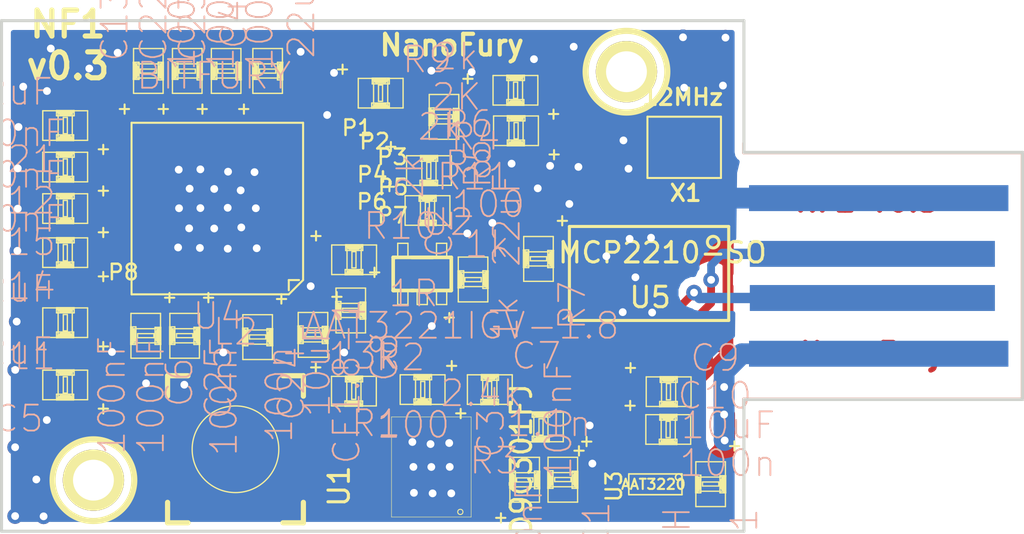
<source format=kicad_pcb>
(kicad_pcb (version 3) (host pcbnew "(2013-07-07 BZR 4022)-stable")
  (title_block (title "NanoFury NF1") (rev 0.1))
  (layers (15 F.Cu power) (0 B.Cu power) (19 F.Paste user) (21 F.SilkS user) (22 B.Mask user) (23 F.Mask user) (28 Edge.Cuts user))
  (net 0 "")
  (net 1 /INMISO)
  (net 2 /INMOSI)
  (net 3 /INSCK)
  (net 4 /OMISO)
  (net 5 /OMOSI)
  (net 6 /OSCK)
  (net 7 /OUTCLK)
  (net 8 0V8)
  (net 9 1.8V)
  (net 10 3.3V)
  (net 11 GND)
  (net 12 N-0000010)
  (net 13 N-0000011)
  (net 14 N-0000015)
  (net 15 N-0000016)
  (net 16 N-000002)
  (net 17 N-0000021)
  (net 18 N-0000026)
  (net 19 N-000003)
  (net 20 N-000004)
  (net 21 N-000005)
  (net 22 N-000007)
  (net 23 N-000008)
  (net 24 USB_5V)
  (net 25 USB_DM)
  (net 26 USB_DP)
  (net 27 V_EN)
  (module USBAPCB (layer B.Cu) (at 142.95 87.5 270)
    (fp_text reference CN1 hide)
    (fp_text value MINIUSB hide)
    (pad 1 smd rect (at 3.81 0 270) (size 1.27 12.7) (layers B.Cu) (net 17 N-0000021))
    (pad 5 smd rect (at -3.81 0 270) (size 1.27 12.7) (layers B.Cu) (net 11 GND))
    (pad 3 smd rect (at -1.08 0.31 270) (size 1.27 12) (layers B.Cu) (net 26 USB_DP))
    (pad 2 smd rect (at 1.08 0.31 270) (size 1.27 12) (layers B.Cu) (net 25 USB_DM))
  )
  (module 0630 (layer F.Cu) (at 111.4552 95.9866 270)
    (fp_text reference L2 (at -5.754 0 360) (layer B.SilkS) (effects (font (size 1.27 1.27) (thickness 0.0889))))
    (fp_text value 2.4uH (at 5.83 0 360) (layer B.SilkS) (effects (font (size 1.27 1.27) (thickness 0.0889))))
    (pad 1 smd rect (at 0 -3.275 270) (size 3.4 2.35) (layers F.Cu F.Paste F.Mask) (net 22 N-000007))
    (pad 2 smd rect (at 0 3.275 270) (size 3.4 2.35) (layers F.Cu F.Paste F.Mask) (net 8 0V8))
  )
  (module Hole2mm (layer F.Cu) (at 130.6 77.5)
    (fp_text reference Hole2mm1 hide)
    (fp_text value P*** hide)
    (pad 1 thru_hole circle (at 0 0) (size 3 3) (drill 2) (layers *.Cu *.Mask F.SilkS))
  )
  (module Hole2mm (layer F.Cu) (at 104.5 97.5)
    (fp_text reference Hole2mm hide)
    (fp_text value P*** hide)
    (pad 1 thru_hole circle (at 0 0) (size 3 3) (drill 2) (layers *.Cu *.Mask F.SilkS))
  )
  (module SSOP-20 (layer F.Cu) (at 134.63016 83.77936 180)
    (fp_text reference U5 (at 2.87 -4.77 180) (layer F.SilkS) (effects (font (size 1.00076 1.00076) (thickness 0.14986))))
    (fp_text value MCP2210-SO (at 2.27 -2.58 180) (layer F.SilkS) (effects (font (size 1.00076 1.00076) (thickness 0.14986))))
    (pad 7 smd rect (at 3.9 0 180) (size 0.4064 1.651) (layers F.Cu F.Paste F.Mask))
    (pad 8 smd rect (at 4.55 0 180) (size 0.4064 1.651) (layers F.Cu F.Paste F.Mask))
    (pad 9 smd rect (at 5.2 0 180) (size 0.4064 1.651) (layers F.Cu F.Paste F.Mask) (net 15 N-0000016))
    (pad 10 smd rect (at 5.85 0 180) (size 0.4064 1.651) (layers F.Cu F.Paste F.Mask))
    (pad 17 smd rect (at 1.95 -7.2 180) (size 0.4064 1.651) (layers F.Cu F.Paste F.Mask) (net 10 3.3V))
    (pad 4 smd rect (at 1.95 0 180) (size 0.4064 1.651) (layers F.Cu F.Paste F.Mask) (net 10 3.3V))
    (pad 5 smd rect (at 2.6 0 180) (size 0.4064 1.651) (layers F.Cu F.Paste F.Mask))
    (pad 6 smd rect (at 3.25 0 180) (size 0.4064 1.651) (layers F.Cu F.Paste F.Mask))
    (pad 11 smd rect (at 5.85 -7.2 180) (size 0.4064 1.651) (layers F.Cu F.Paste F.Mask) (net 14 N-0000015))
    (pad 12 smd rect (at 5.2 -7.2 180) (size 0.4064 1.651) (layers F.Cu F.Paste F.Mask) (net 21 N-000005))
    (pad 13 smd rect (at 4.55 -7.2 180) (size 0.4064 1.651) (layers F.Cu F.Paste F.Mask) (net 20 N-000004))
    (pad 14 smd rect (at 3.9 -7.2 180) (size 0.4064 1.651) (layers F.Cu F.Paste F.Mask) (net 27 V_EN))
    (pad 15 smd rect (at 3.25 -7.2 180) (size 0.4064 1.651) (layers F.Cu F.Paste F.Mask))
    (pad 16 smd rect (at 2.6 -7.2 180) (size 0.4064 1.651) (layers F.Cu F.Paste F.Mask))
    (pad 18 smd rect (at 1.3 -7.2 180) (size 0.4064 1.651) (layers F.Cu F.Paste F.Mask) (net 25 USB_DM))
    (pad 19 smd rect (at 0.65 -7.2 180) (size 0.4064 1.651) (layers F.Cu F.Paste F.Mask) (net 26 USB_DP))
    (pad 20 smd rect (at 0 -7.2 180) (size 0.4064 1.651) (layers F.Cu F.Paste F.Mask) (net 11 GND))
    (pad 1 smd rect (at 0 0 180) (size 0.4064 1.651) (layers F.Cu F.Paste F.Mask) (net 10 3.3V))
    (pad 2 smd rect (at 0.65 0 180) (size 0.4064 1.651) (layers F.Cu F.Paste F.Mask) (net 12 N-0000010))
    (pad 3 smd rect (at 1.3 0 180) (size 0.4064 1.651) (layers F.Cu F.Paste F.Mask) (net 13 N-0000011))
  )
  (module SC59 (layer F.Cu) (at 131.98348 97.70364 180)
    (fp_text reference U3 (at 1.99898 -0.09906 270) (layer F.SilkS) (effects (font (size 0.762 0.762) (thickness 0.11938))))
    (fp_text value AAT3220 (at 0.0635 0 180) (layer F.SilkS) (effects (font (size 0.50038 0.50038) (thickness 0.09906))))
    (pad 3 smd rect (at 0 -1 180) (size 1 1.1) (layers F.Cu F.Paste F.Mask) (net 24 USB_5V))
    (pad 2 smd rect (at 0.95 1 180) (size 1 1.1) (layers F.Cu F.Paste F.Mask) (net 10 3.3V))
    (pad 1 smd rect (at -0.95 1 180) (size 1 1.1) (layers F.Cu F.Paste F.Mask) (net 11 GND))
  )
  (module CSTCE_G15C (layer F.Cu) (at 133.4262 81.2038 180)
    (fp_text reference X1 (at -0.07 -2.24 180) (layer F.SilkS) (effects (font (size 0.8 0.8))))
    (fp_text value 12MHz (at 0.07 2.46 180) (layer F.SilkS) (effects (font (size 0.8 0.8))))
    (pad 3 smd rect (at 1.2 0 180) (size 0.635 2) (layers F.Cu F.Paste F.Mask) (net 13 N-0000011))
    (pad 1 smd rect (at -1.2 0 180) (size 0.635 2) (layers F.Cu F.Paste F.Mask) (net 12 N-0000010))
    (pad 2 smd rect (at 0 0 180) (size 0.635 2) (layers F.Cu F.Paste F.Mask) (net 11 GND))
  )
  (module TP (layer F.Cu) (at 115.316 81.0006)
    (fp_text reference P1 (at 2.09 -0.75) (layer F.SilkS) (effects (font (size 0.762 0.762) (thickness 0.11938))))
    (fp_text value TST hide)
    (pad 1 smd rect (at 0 0) (size 0.635 0.635) (layers F.Cu F.Paste F.Mask) (net 3 /INSCK))
  )
  (module TP (layer F.Cu) (at 116.1796 81.661)
    (fp_text reference P2 (at 2.09 -0.75) (layer F.SilkS) (effects (font (size 0.762 0.762) (thickness 0.11938))))
    (fp_text value TST hide)
    (pad 1 smd rect (at 0 0) (size 0.635 0.635) (layers F.Cu F.Paste F.Mask) (net 2 /INMOSI))
  )
  (module TP (layer F.Cu) (at 117.0432 82.423)
    (fp_text reference P3 (at 2.09 -0.75) (layer F.SilkS) (effects (font (size 0.762 0.762) (thickness 0.11938))))
    (fp_text value TST hide)
    (pad 1 smd rect (at 0 0) (size 0.635 0.635) (layers F.Cu F.Paste F.Mask) (net 1 /INMISO))
  )
  (module TP (layer F.Cu) (at 116.06022 83.2866)
    (fp_text reference P4 (at 2.09 -0.75) (layer F.SilkS) (effects (font (size 0.762 0.762) (thickness 0.11938))))
    (fp_text value TST hide)
    (pad 1 smd rect (at 0 0) (size 0.635 0.635) (layers F.Cu F.Paste F.Mask) (net 4 /OMISO))
  )
  (module TP (layer F.Cu) (at 117.0813 83.90382)
    (fp_text reference P5 (at 2.09 -0.75) (layer F.SilkS) (effects (font (size 0.762 0.762) (thickness 0.11938))))
    (fp_text value TST hide)
    (pad 1 smd rect (at 0 0) (size 0.635 0.635) (layers F.Cu F.Paste F.Mask) (net 5 /OMOSI))
  )
  (module TP (layer F.Cu) (at 116.04498 84.61248)
    (fp_text reference P6 (at 2.09 -0.75) (layer F.SilkS) (effects (font (size 0.762 0.762) (thickness 0.11938))))
    (fp_text value TST hide)
    (pad 1 smd rect (at 0 0) (size 0.635 0.635) (layers F.Cu F.Paste F.Mask) (net 6 /OSCK))
  )
  (module TP (layer F.Cu) (at 103.87584 88.06688)
    (fp_text reference P8 (at 2.09 -0.75) (layer F.SilkS) (effects (font (size 0.762 0.762) (thickness 0.11938))))
    (fp_text value TST hide)
    (pad 1 smd rect (at 0 0) (size 0.635 0.635) (layers F.Cu F.Paste F.Mask) (net 8 0V8))
  )
  (module TP (layer F.Cu) (at 117.05844 85.29066)
    (fp_text reference P7 (at 2.09 -0.75) (layer F.SilkS) (effects (font (size 0.762 0.762) (thickness 0.11938))))
    (fp_text value TST hide)
    (pad 1 smd rect (at 0 0) (size 0.635 0.635) (layers F.Cu F.Paste F.Mask) (net 7 /OUTCLK))
  )
  (module 0805 (layer F.Cu) (at 123.0884 87.6808 90)
    (fp_text reference C2 (at 2.286 -1.651 90) (layer B.SilkS) (effects (font (size 1.27 1.27) (thickness 0.0889))))
    (fp_text value 22uF (at 2.921 1.651 90) (layer B.SilkS) (effects (font (size 1.27 1.27) (thickness 0.0889))))
    (pad 1 smd rect (at -0.89916 0 90) (size 1.09982 1.4986) (layers F.Cu F.Paste F.Mask) (net 24 USB_5V))
    (pad 2 smd rect (at 0.89916 0 90) (size 1.09982 1.4986) (layers F.Cu F.Paste F.Mask) (net 11 GND))
  )
  (module 0805 (layer F.Cu) (at 113.03 77.47 90)
    (fp_text reference C4 (at 2.286 -1.651 90) (layer B.SilkS) (effects (font (size 1.27 1.27) (thickness 0.0889))))
    (fp_text value 22uF (at 2.921 1.651 90) (layer B.SilkS) (effects (font (size 1.27 1.27) (thickness 0.0889))))
    (pad 1 smd rect (at -0.89916 0 90) (size 1.09982 1.4986) (layers F.Cu F.Paste F.Mask) (net 8 0V8))
    (pad 2 smd rect (at 0.89916 0 90) (size 1.09982 1.4986) (layers F.Cu F.Paste F.Mask) (net 11 GND))
  )
  (module 0805 (layer F.Cu) (at 103.124 92.837 180)
    (fp_text reference C5 (at 2.286 -1.651 180) (layer B.SilkS) (effects (font (size 1.27 1.27) (thickness 0.0889))))
    (fp_text value 22uF (at 2.921 1.651 180) (layer B.SilkS) (effects (font (size 1.27 1.27) (thickness 0.0889))))
    (pad 1 smd rect (at -0.89916 0 180) (size 1.09982 1.4986) (layers F.Cu F.Paste F.Mask) (net 8 0V8))
    (pad 2 smd rect (at 0.89916 0 180) (size 1.09982 1.4986) (layers F.Cu F.Paste F.Mask) (net 11 GND))
  )
  (module 0805 (layer F.Cu) (at 117.09908 89.18448 270)
    (fp_text reference C8 (at 2.286 -1.651 270) (layer B.SilkS) (effects (font (size 1.27 1.27) (thickness 0.0889))))
    (fp_text value 10uF (at 2.921 1.651 270) (layer B.SilkS) (effects (font (size 1.27 1.27) (thickness 0.0889))))
    (pad 1 smd rect (at -0.89916 0 270) (size 1.09982 1.4986) (layers F.Cu F.Paste F.Mask) (net 18 N-0000026))
    (pad 2 smd rect (at 0.89916 0 270) (size 1.09982 1.4986) (layers F.Cu F.Paste F.Mask) (net 11 GND))
  )
  (module 0805 (layer F.Cu) (at 132.65658 93.1672)
    (fp_text reference C9 (at 2.286 -1.651) (layer B.SilkS) (effects (font (size 1.27 1.27) (thickness 0.0889))))
    (fp_text value 10uF (at 2.921 1.651) (layer B.SilkS) (effects (font (size 1.27 1.27) (thickness 0.0889))))
    (pad 1 smd rect (at -0.89916 0) (size 1.09982 1.4986) (layers F.Cu F.Paste F.Mask) (net 10 3.3V))
    (pad 2 smd rect (at 0.89916 0) (size 1.09982 1.4986) (layers F.Cu F.Paste F.Mask) (net 11 GND))
  )
  (module 0805 (layer F.Cu) (at 103.124 89.789 180)
    (fp_text reference C11 (at 2.286 -1.651 180) (layer B.SilkS) (effects (font (size 1.27 1.27) (thickness 0.0889))))
    (fp_text value 22uF (at 2.921 1.651 180) (layer B.SilkS) (effects (font (size 1.27 1.27) (thickness 0.0889))))
    (pad 1 smd rect (at -0.89916 0 180) (size 1.09982 1.4986) (layers F.Cu F.Paste F.Mask) (net 8 0V8))
    (pad 2 smd rect (at 0.89916 0 180) (size 1.09982 1.4986) (layers F.Cu F.Paste F.Mask) (net 11 GND))
  )
  (module 0805 (layer F.Cu) (at 103.124 80.137 180)
    (fp_text reference C21 (at 2.286 -1.651 180) (layer B.SilkS) (effects (font (size 1.27 1.27) (thickness 0.0889))))
    (fp_text value 22uF (at 2.921 1.651 180) (layer B.SilkS) (effects (font (size 1.27 1.27) (thickness 0.0889))))
    (pad 1 smd rect (at -0.89916 0 180) (size 1.09982 1.4986) (layers F.Cu F.Paste F.Mask) (net 8 0V8))
    (pad 2 smd rect (at 0.89916 0 180) (size 1.09982 1.4986) (layers F.Cu F.Paste F.Mask) (net 11 GND))
  )
  (module SOT23-5 (layer F.Cu) (at 120.5992 87.4014)
    (fp_text reference U2 (at 1.27 -2.54) (layer B.SilkS) (effects (font (size 1.27 1.27) (thickness 0.0889))))
    (fp_text value AAT3221IGV-1.8 (at 1.905 2.54) (layer B.SilkS) (effects (font (size 1.27 1.27) (thickness 0.0889))))
    (pad 1 smd rect (at -0.94996 1.29794) (size 0.54864 1.19888) (layers F.Cu F.Paste F.Mask) (net 24 USB_5V))
    (pad 2 smd rect (at 0 1.29794) (size 0.54864 1.19888) (layers F.Cu F.Paste F.Mask) (net 11 GND))
    (pad 3 smd rect (at 0.94996 1.29794) (size 0.54864 1.19888) (layers F.Cu F.Paste F.Mask) (net 27 V_EN))
    (pad 4 smd rect (at 0.94996 -1.29794) (size 0.54864 1.19888) (layers F.Cu F.Paste F.Mask) (net 11 GND))
    (pad 5 smd rect (at -0.94996 -1.29794) (size 0.54864 1.19888) (layers F.Cu F.Paste F.Mask) (net 18 N-0000026))
  )
  (module 0805 (layer F.Cu) (at 115.24996 90.37828 270)
    (fp_text reference CF1.8-1 (at 2.286 -1.651 270) (layer B.SilkS) (effects (font (size 1.27 1.27) (thickness 0.0889))))
    (fp_text value 100n (at 2.921 1.651 270) (layer B.SilkS) (effects (font (size 1.27 1.27) (thickness 0.0889))))
    (pad 1 smd rect (at -0.89916 0 270) (size 1.09982 1.4986) (layers F.Cu F.Paste F.Mask) (net 9 1.8V))
    (pad 2 smd rect (at 0.89916 0 270) (size 1.09982 1.4986) (layers F.Cu F.Paste F.Mask) (net 11 GND))
  )
  (module 0805 (layer F.Cu) (at 117.25656 86.70798)
    (fp_text reference R10 (at 2.286 -1.651) (layer B.SilkS) (effects (font (size 1.27 1.27) (thickness 0.0889))))
    (fp_text value 1R (at 2.921 1.651) (layer B.SilkS) (effects (font (size 1.27 1.27) (thickness 0.0889))))
    (pad 1 smd rect (at -0.89916 0) (size 1.09982 1.4986) (layers F.Cu F.Paste F.Mask) (net 9 1.8V))
    (pad 2 smd rect (at 0.89916 0) (size 1.09982 1.4986) (layers F.Cu F.Paste F.Mask) (net 18 N-0000026))
  )
  (module 0805 (layer F.Cu) (at 132.6388 95.01632)
    (fp_text reference C10 (at 2.286 -1.651) (layer B.SilkS) (effects (font (size 1.27 1.27) (thickness 0.0889))))
    (fp_text value 100n (at 2.921 1.651) (layer B.SilkS) (effects (font (size 1.27 1.27) (thickness 0.0889))))
    (pad 1 smd rect (at -0.89916 0) (size 1.09982 1.4986) (layers F.Cu F.Paste F.Mask) (net 10 3.3V))
    (pad 2 smd rect (at 0.89916 0) (size 1.09982 1.4986) (layers F.Cu F.Paste F.Mask) (net 11 GND))
  )
  (module 0805 (layer F.Cu) (at 121.666 79.7052 270)
    (fp_text reference R5 (at 2.286 -1.651 270) (layer B.SilkS) (effects (font (size 1.27 1.27) (thickness 0.0889))))
    (fp_text value 2k (at 2.921 1.651 270) (layer B.SilkS) (effects (font (size 1.27 1.27) (thickness 0.0889))))
    (pad 1 smd rect (at -0.89916 0 270) (size 1.09982 1.4986) (layers F.Cu F.Paste F.Mask) (net 3 /INSCK))
    (pad 2 smd rect (at 0.89916 0 270) (size 1.09982 1.4986) (layers F.Cu F.Paste F.Mask) (net 21 N-000005))
  )
  (module 0805 (layer F.Cu) (at 125.1712 78.4098 180)
    (fp_text reference R6 (at 2.286 -1.651 180) (layer B.SilkS) (effects (font (size 1.27 1.27) (thickness 0.0889))))
    (fp_text value 2k (at 2.921 1.651 180) (layer B.SilkS) (effects (font (size 1.27 1.27) (thickness 0.0889))))
    (pad 1 smd rect (at -0.89916 0 180) (size 1.09982 1.4986) (layers F.Cu F.Paste F.Mask) (net 11 GND))
    (pad 2 smd rect (at 0.89916 0 180) (size 1.09982 1.4986) (layers F.Cu F.Paste F.Mask) (net 2 /INMOSI))
  )
  (module 0805 (layer F.Cu) (at 118.55704 78.55204)
    (fp_text reference R9 (at 2.286 -1.651) (layer B.SilkS) (effects (font (size 1.27 1.27) (thickness 0.0889))))
    (fp_text value 2k (at 2.921 1.651) (layer B.SilkS) (effects (font (size 1.27 1.27) (thickness 0.0889))))
    (pad 1 smd rect (at -0.89916 0) (size 1.09982 1.4986) (layers F.Cu F.Paste F.Mask) (net 11 GND))
    (pad 2 smd rect (at 0.89916 0) (size 1.09982 1.4986) (layers F.Cu F.Paste F.Mask) (net 3 /INSCK))
  )
  (module 0805 (layer F.Cu) (at 125.1966 80.391 180)
    (fp_text reference R8 (at 2.286 -1.651 180) (layer B.SilkS) (effects (font (size 1.27 1.27) (thickness 0.0889))))
    (fp_text value 2K (at 2.921 1.651 180) (layer B.SilkS) (effects (font (size 1.27 1.27) (thickness 0.0889))))
    (pad 1 smd rect (at -0.89916 0 180) (size 1.09982 1.4986) (layers F.Cu F.Paste F.Mask) (net 15 N-0000016))
    (pad 2 smd rect (at 0.89916 0 180) (size 1.09982 1.4986) (layers F.Cu F.Paste F.Mask) (net 2 /INMOSI))
  )
  (module 0805 (layer F.Cu) (at 127.4826 97.46996 270)
    (fp_text reference C1 (at 2.286 -1.651 270) (layer B.SilkS) (effects (font (size 1.27 1.27) (thickness 0.0889))))
    (fp_text value 100nF (at 2.921 1.651 270) (layer B.SilkS) (effects (font (size 1.27 1.27) (thickness 0.0889))))
    (pad 1 smd rect (at -0.89916 0 270) (size 1.09982 1.4986) (layers F.Cu F.Paste F.Mask) (net 11 GND))
    (pad 2 smd rect (at 0.89916 0 270) (size 1.09982 1.4986) (layers F.Cu F.Paste F.Mask) (net 24 USB_5V))
  )
  (module 0805 (layer F.Cu) (at 134.7216 97.6884 270)
    (fp_text reference L1 (at 2.286 -1.651 270) (layer B.SilkS) (effects (font (size 1.27 1.27) (thickness 0.0889))))
    (fp_text value 1uH (at 2.921 1.651 270) (layer B.SilkS) (effects (font (size 1.27 1.27) (thickness 0.0889))))
    (pad 1 smd rect (at -0.89916 0 270) (size 1.09982 1.4986) (layers F.Cu F.Paste F.Mask) (net 17 N-0000021))
    (pad 2 smd rect (at 0.89916 0 270) (size 1.09982 1.4986) (layers F.Cu F.Paste F.Mask) (net 24 USB_5V))
  )
  (module 0805 (layer F.Cu) (at 120.92178 82.33918)
    (fp_text reference R4 (at 2.286 -1.651) (layer B.SilkS) (effects (font (size 1.27 1.27) (thickness 0.0889))))
    (fp_text value 100 (at 2.921 1.651) (layer B.SilkS) (effects (font (size 1.27 1.27) (thickness 0.0889))))
    (pad 1 smd rect (at -0.89916 0) (size 1.09982 1.4986) (layers F.Cu F.Paste F.Mask) (net 1 /INMISO))
    (pad 2 smd rect (at 0.89916 0) (size 1.09982 1.4986) (layers F.Cu F.Paste F.Mask) (net 20 N-000004))
  )
  (module 0805 (layer F.Cu) (at 126.4158 94.8944 180)
    (fp_text reference R3 (at 2.286 -1.651 180) (layer B.SilkS) (effects (font (size 1.27 1.27) (thickness 0.0889))))
    (fp_text value 2.4k (at 2.921 1.651 180) (layer B.SilkS) (effects (font (size 1.27 1.27) (thickness 0.0889))))
    (pad 1 smd rect (at -0.89916 0 180) (size 1.09982 1.4986) (layers F.Cu F.Paste F.Mask) (net 11 GND))
    (pad 2 smd rect (at 0.89916 0 180) (size 1.09982 1.4986) (layers F.Cu F.Paste F.Mask) (net 23 N-000008))
  )
  (module 0805 (layer F.Cu) (at 117.2464 93.1418)
    (fp_text reference R2 (at 2.286 -1.651) (layer B.SilkS) (effects (font (size 1.27 1.27) (thickness 0.0889))))
    (fp_text value 100 (at 2.921 1.651) (layer B.SilkS) (effects (font (size 1.27 1.27) (thickness 0.0889))))
    (pad 1 smd rect (at -0.89916 0) (size 1.09982 1.4986) (layers F.Cu F.Paste F.Mask) (net 8 0V8))
    (pad 2 smd rect (at 0.89916 0) (size 1.09982 1.4986) (layers F.Cu F.Paste F.Mask) (net 23 N-000008))
  )
  (module 0805 (layer F.Cu) (at 120.6246 93.0656 180)
    (fp_text reference R1 (at 2.286 -1.651 180) (layer B.SilkS) (effects (font (size 1.27 1.27) (thickness 0.0889))))
    (fp_text value 13k (at 2.921 1.651 180) (layer B.SilkS) (effects (font (size 1.27 1.27) (thickness 0.0889))))
    (pad 1 smd rect (at -0.89916 0 180) (size 1.09982 1.4986) (layers F.Cu F.Paste F.Mask) (net 16 N-000002))
    (pad 2 smd rect (at 0.89916 0 180) (size 1.09982 1.4986) (layers F.Cu F.Paste F.Mask) (net 19 N-000003))
  )
  (module 0805 (layer F.Cu) (at 108.966 90.424 270)
    (fp_text reference C25 (at 2.286 -1.651 270) (layer B.SilkS) (effects (font (size 1.27 1.27) (thickness 0.0889))))
    (fp_text value 100nF (at 2.921 1.651 270) (layer B.SilkS) (effects (font (size 1.27 1.27) (thickness 0.0889))))
    (pad 1 smd rect (at -0.89916 0 270) (size 1.09982 1.4986) (layers F.Cu F.Paste F.Mask) (net 8 0V8))
    (pad 2 smd rect (at 0.89916 0 270) (size 1.09982 1.4986) (layers F.Cu F.Paste F.Mask) (net 11 GND))
  )
  (module 0805 (layer F.Cu) (at 112.53978 90.4875 270)
    (fp_text reference C24 (at 2.286 -1.651 270) (layer B.SilkS) (effects (font (size 1.27 1.27) (thickness 0.0889))))
    (fp_text value 100nF (at 2.921 1.651 270) (layer B.SilkS) (effects (font (size 1.27 1.27) (thickness 0.0889))))
    (pad 1 smd rect (at -0.89916 0 270) (size 1.09982 1.4986) (layers F.Cu F.Paste F.Mask) (net 8 0V8))
    (pad 2 smd rect (at 0.89916 0 270) (size 1.09982 1.4986) (layers F.Cu F.Paste F.Mask) (net 11 GND))
  )
  (module 0805 (layer F.Cu) (at 110.998 77.47 90)
    (fp_text reference C23 (at 2.286 -1.651 90) (layer B.SilkS) (effects (font (size 1.27 1.27) (thickness 0.0889))))
    (fp_text value 100nF (at 2.921 1.651 90) (layer B.SilkS) (effects (font (size 1.27 1.27) (thickness 0.0889))))
    (pad 1 smd rect (at -0.89916 0 90) (size 1.09982 1.4986) (layers F.Cu F.Paste F.Mask) (net 8 0V8))
    (pad 2 smd rect (at 0.89916 0 90) (size 1.09982 1.4986) (layers F.Cu F.Paste F.Mask) (net 11 GND))
  )
  (module 0805 (layer F.Cu) (at 109.093 77.47 90)
    (fp_text reference C22 (at 2.286 -1.651 90) (layer B.SilkS) (effects (font (size 1.27 1.27) (thickness 0.0889))))
    (fp_text value 100nF (at 2.921 1.651 90) (layer B.SilkS) (effects (font (size 1.27 1.27) (thickness 0.0889))))
    (pad 1 smd rect (at -0.89916 0 90) (size 1.09982 1.4986) (layers F.Cu F.Paste F.Mask) (net 8 0V8))
    (pad 2 smd rect (at 0.89916 0 90) (size 1.09982 1.4986) (layers F.Cu F.Paste F.Mask) (net 11 GND))
  )
  (module 0805 (layer F.Cu) (at 103.124 84.201 180)
    (fp_text reference C15 (at 2.286 -1.651 180) (layer B.SilkS) (effects (font (size 1.27 1.27) (thickness 0.0889))))
    (fp_text value 100nF (at 2.921 1.651 180) (layer B.SilkS) (effects (font (size 1.27 1.27) (thickness 0.0889))))
    (pad 1 smd rect (at -0.89916 0 180) (size 1.09982 1.4986) (layers F.Cu F.Paste F.Mask) (net 8 0V8))
    (pad 2 smd rect (at 0.89916 0 180) (size 1.09982 1.4986) (layers F.Cu F.Paste F.Mask) (net 11 GND))
  )
  (module 0805 (layer F.Cu) (at 103.124 86.36 180)
    (fp_text reference C14 (at 2.286 -1.651 180) (layer B.SilkS) (effects (font (size 1.27 1.27) (thickness 0.0889))))
    (fp_text value 100nF (at 2.921 1.651 180) (layer B.SilkS) (effects (font (size 1.27 1.27) (thickness 0.0889))))
    (pad 1 smd rect (at -0.89916 0 180) (size 1.09982 1.4986) (layers F.Cu F.Paste F.Mask) (net 8 0V8))
    (pad 2 smd rect (at 0.89916 0 180) (size 1.09982 1.4986) (layers F.Cu F.Paste F.Mask) (net 11 GND))
  )
  (module 0805 (layer F.Cu) (at 107.188 77.47 90)
    (fp_text reference C13 (at 2.286 -1.651 90) (layer B.SilkS) (effects (font (size 1.27 1.27) (thickness 0.0889))))
    (fp_text value 100nF (at 2.921 1.651 90) (layer B.SilkS) (effects (font (size 1.27 1.27) (thickness 0.0889))))
    (pad 1 smd rect (at -0.89916 0 90) (size 1.09982 1.4986) (layers F.Cu F.Paste F.Mask) (net 8 0V8))
    (pad 2 smd rect (at 0.89916 0 90) (size 1.09982 1.4986) (layers F.Cu F.Paste F.Mask) (net 11 GND))
  )
  (module 0805 (layer F.Cu) (at 103.124 82.169 180)
    (fp_text reference C12 (at 2.286 -1.651 180) (layer B.SilkS) (effects (font (size 1.27 1.27) (thickness 0.0889))))
    (fp_text value 100nF (at 2.921 1.651 180) (layer B.SilkS) (effects (font (size 1.27 1.27) (thickness 0.0889))))
    (pad 1 smd rect (at -0.89916 0 180) (size 1.09982 1.4986) (layers F.Cu F.Paste F.Mask) (net 8 0V8))
    (pad 2 smd rect (at 0.89916 0 180) (size 1.09982 1.4986) (layers F.Cu F.Paste F.Mask) (net 11 GND))
  )
  (module 0805 (layer F.Cu) (at 123.9012 93.0656)
    (fp_text reference C7 (at 2.286 -1.651) (layer B.SilkS) (effects (font (size 1.27 1.27) (thickness 0.0889))))
    (fp_text value 1.1n (at 2.921 1.651) (layer B.SilkS) (effects (font (size 1.27 1.27) (thickness 0.0889))))
    (pad 1 smd rect (at -0.89916 0) (size 1.09982 1.4986) (layers F.Cu F.Paste F.Mask) (net 16 N-000002))
    (pad 2 smd rect (at 0.89916 0) (size 1.09982 1.4986) (layers F.Cu F.Paste F.Mask) (net 11 GND))
  )
  (module 0805 (layer F.Cu) (at 107.061 90.424 270)
    (fp_text reference C6 (at 2.286 -1.651 270) (layer B.SilkS) (effects (font (size 1.27 1.27) (thickness 0.0889))))
    (fp_text value 100nF (at 2.921 1.651 270) (layer B.SilkS) (effects (font (size 1.27 1.27) (thickness 0.0889))))
    (pad 1 smd rect (at -0.89916 0 270) (size 1.09982 1.4986) (layers F.Cu F.Paste F.Mask) (net 8 0V8))
    (pad 2 smd rect (at 0.89916 0 270) (size 1.09982 1.4986) (layers F.Cu F.Paste F.Mask) (net 11 GND))
  )
  (module 0805 (layer F.Cu) (at 125.6157 97.48774 90)
    (fp_text reference C3 (at 2.286 -1.651 90) (layer B.SilkS) (effects (font (size 1.27 1.27) (thickness 0.0889))))
    (fp_text value 100nF (at 2.921 1.651 90) (layer B.SilkS) (effects (font (size 1.27 1.27) (thickness 0.0889))))
    (pad 1 smd rect (at -0.89916 0 90) (size 1.09982 1.4986) (layers F.Cu F.Paste F.Mask) (net 24 USB_5V))
    (pad 2 smd rect (at 0.89916 0 90) (size 1.09982 1.4986) (layers F.Cu F.Paste F.Mask) (net 11 GND))
  )
  (module 0805 (layer F.Cu) (at 126.29134 86.65972 270)
    (fp_text reference R7 (at 2.286 -1.651 270) (layer B.SilkS) (effects (font (size 1.27 1.27) (thickness 0.0889))))
    (fp_text value 1k (at 2.921 1.651 270) (layer B.SilkS) (effects (font (size 1.27 1.27) (thickness 0.0889))))
    (pad 1 smd rect (at -1 0 270) (size 1.1 1.5) (layers F.Cu F.Paste F.Mask) (net 21 N-000005))
    (pad 2 smd rect (at 1 0 270) (size 1.1 1.5) (layers F.Cu F.Paste F.Mask) (net 14 N-0000015))
  )
  (module HTSOP-J8 (layer F.Cu) (at 122.99442 99.30384 90)
    (fp_text reference U1 (at 1.508 -6.466 90) (layer F.SilkS))
    (fp_text value BD9C301FJ (at 2.308 2.458 90) (layer F.SilkS))
    (pad 4 smd rect (at 4.355 0.725 90) (size 0.55 1.2) (layers F.Cu F.Paste F.Mask) (net 23 N-000008))
    (pad 1 smd rect (at 0.545 0.725 90) (size 0.55 1.2) (layers F.Cu F.Paste F.Mask) (net 11 GND))
    (pad 2 smd rect (at 1.815 0.725 90) (size 0.55 1.2) (layers F.Cu F.Paste F.Mask) (net 24 USB_5V))
    (pad 3 smd rect (at 3.085 0.725 90) (size 0.55 1.2) (layers F.Cu F.Paste F.Mask) (net 11 GND))
    (pad 6 smd rect (at 3.085 -4.625 90) (size 0.55 1.2) (layers F.Cu F.Paste F.Mask) (net 27 V_EN))
    (pad 7 smd rect (at 1.815 -4.625 90) (size 0.55 1.2) (layers F.Cu F.Paste F.Mask) (net 22 N-000007))
    (pad 8 smd rect (at 0.545 -4.625 90) (size 0.55 1.2) (layers F.Cu F.Paste F.Mask) (net 22 N-000007))
    (pad 5 smd rect (at 4.355 -4.625 90) (size 0.55 1.2) (layers F.Cu F.Paste F.Mask) (net 19 N-000003))
    (pad 9 smd rect (at 2.45 -1.95 90) (size 3.6 2.8) (layers F.Cu F.Paste F.Mask) (net 11 GND))
  )
  (module 0805 (layer F.Cu) (at 120.85066 84.29498)
    (fp_text reference R11 (at 2.286 -1.651) (layer B.SilkS) (effects (font (size 1.27 1.27) (thickness 0.0889))))
    (fp_text value 1k (at 2.921 1.651) (layer B.SilkS) (effects (font (size 1.27 1.27) (thickness 0.0889))))
    (pad 1 smd rect (at -1 0) (size 1.1 1.5) (layers F.Cu F.Paste F.Mask) (net 7 /OUTCLK))
    (pad 2 smd rect (at 1 0) (size 1.1 1.5) (layers F.Cu F.Paste F.Mask) (net 11 GND))
  )
  (module QFN48 (layer F.Cu) (at 110.5662 84.201 180)
    (fp_text reference U4 (at -0.04 -5.26 180) (layer B.SilkS) (effects (font (size 1.27 1.27) (thickness 0.0889))))
    (fp_text value BITFURY (at 0.17 6.5 180) (layer B.SilkS) (effects (font (size 1.27 1.27) (thickness 0.0889))))
    (pad 13 smd rect (at -2.75 3.55 180) (size 0.3 1) (layers F.Cu F.Paste F.Mask) (net 8 0V8))
    (pad 25 smd rect (at 3.55 2.75 180) (size 1 0.3) (layers F.Cu F.Paste F.Mask) (net 8 0V8))
    (pad 26 smd rect (at 3.55 2.25 180) (size 1 0.3) (layers F.Cu F.Paste F.Mask) (net 8 0V8))
    (pad 28 smd rect (at 3.55 1.25 180) (size 1 0.3) (layers F.Cu F.Paste F.Mask) (net 8 0V8))
    (pad 27 smd rect (at 3.55 1.75 180) (size 1 0.3) (layers F.Cu F.Paste F.Mask) (net 8 0V8))
    (pad 29 smd rect (at 3.55 0.75 180) (size 1 0.3) (layers F.Cu F.Paste F.Mask) (net 8 0V8))
    (pad 30 smd rect (at 3.55 0.25 180) (size 1 0.3) (layers F.Cu F.Paste F.Mask) (net 8 0V8))
    (pad 36 smd rect (at 3.55 -2.75 180) (size 1 0.3) (layers F.Cu F.Paste F.Mask) (net 8 0V8))
    (pad 35 smd rect (at 3.55 -2.25 180) (size 1 0.3) (layers F.Cu F.Paste F.Mask) (net 8 0V8))
    (pad 33 smd rect (at 3.55 -1.25 180) (size 1 0.3) (layers F.Cu F.Paste F.Mask) (net 8 0V8))
    (pad 34 smd rect (at 3.55 -1.75 180) (size 1 0.3) (layers F.Cu F.Paste F.Mask) (net 8 0V8))
    (pad 32 smd rect (at 3.55 -0.75 180) (size 1 0.3) (layers F.Cu F.Paste F.Mask) (net 8 0V8))
    (pad 31 smd rect (at 3.55 -0.25 180) (size 1 0.3) (layers F.Cu F.Paste F.Mask) (net 8 0V8))
    (pad 1 smd rect (at -3.55 -2.75 180) (size 1 0.3) (layers F.Cu F.Paste F.Mask) (net 11 GND))
    (pad 3 smd rect (at -3.55 -1.748 180) (size 1 0.3) (layers F.Cu F.Paste F.Mask) (net 11 GND))
    (pad 2 smd rect (at -3.55 -2.25 180) (size 1 0.3) (layers F.Cu F.Paste F.Mask) (net 11 GND))
    (pad 5 smd rect (at -3.55 -0.75 180) (size 1 0.3) (layers F.Cu F.Paste F.Mask) (net 7 /OUTCLK))
    (pad 6 smd rect (at -3.55 -0.25 180) (size 1 0.3) (layers F.Cu F.Paste F.Mask) (net 6 /OSCK))
    (pad 4 smd rect (at -3.55 -1.25 180) (size 1 0.3) (layers F.Cu F.Paste F.Mask) (net 9 1.8V))
    (pad 10 smd rect (at -3.55 1.75 180) (size 1 0.3) (layers F.Cu F.Paste F.Mask) (net 2 /INMOSI))
    (pad 12 smd rect (at -3.55 2.75 180) (size 1 0.3) (layers F.Cu F.Paste F.Mask) (net 11 GND))
    (pad 11 smd rect (at -3.55 2.25 180) (size 1 0.3) (layers F.Cu F.Paste F.Mask) (net 3 /INSCK))
    (pad 8 smd rect (at -3.55 0.75 180) (size 1 0.3) (layers F.Cu F.Paste F.Mask) (net 4 /OMISO))
    (pad 9 smd rect (at -3.55 1.25 180) (size 1 0.3) (layers F.Cu F.Paste F.Mask) (net 1 /INMISO))
    (pad 7 smd rect (at -3.55 0.25 180) (size 1 0.3) (layers F.Cu F.Paste F.Mask) (net 5 /OMOSI))
    (pad 49 smd rect (at 0 0 180) (size 5 5) (layers F.Cu F.Mask) (net 11 GND))
    (pad 47 smd rect (at -2.25 -3.55 180) (size 0.3 1) (layers F.Cu F.Paste F.Mask) (net 8 0V8))
    (pad 48 smd rect (at -2.75 -3.55 180) (size 0.3 1) (layers F.Cu F.Paste F.Mask) (net 8 0V8))
    (pad 45 smd rect (at -1.25 -3.55 180) (size 0.3 1) (layers F.Cu F.Paste F.Mask) (net 8 0V8))
    (pad 44 smd rect (at -0.75 -3.55 180) (size 0.3 1) (layers F.Cu F.Paste F.Mask) (net 8 0V8))
    (pad 46 smd rect (at -1.75 -3.55 180) (size 0.3 1) (layers F.Cu F.Paste F.Mask) (net 8 0V8))
    (pad 39 smd rect (at 1.75 -3.55 180) (size 0.3 1) (layers F.Cu F.Paste F.Mask) (net 8 0V8))
    (pad 37 smd rect (at 2.75 -3.55 180) (size 0.3 1) (layers F.Cu F.Paste F.Mask) (net 8 0V8))
    (pad 38 smd rect (at 2.25 -3.55 180) (size 0.3 1) (layers F.Cu F.Paste F.Mask) (net 8 0V8))
    (pad 41 smd rect (at 0.75 -3.55 180) (size 0.3 1) (layers F.Cu F.Paste F.Mask) (net 8 0V8))
    (pad 40 smd rect (at 1.25 -3.55 180) (size 0.3 1) (layers F.Cu F.Paste F.Mask) (net 8 0V8))
    (pad 42 smd rect (at 0.25 -3.55 180) (size 0.3 1) (layers F.Cu F.Paste F.Mask) (net 8 0V8))
    (pad 43 smd rect (at -0.25 -3.55 180) (size 0.3 1) (layers F.Cu F.Paste F.Mask) (net 8 0V8))
    (pad 14 smd rect (at -2.25 3.55 180) (size 0.3 1) (layers F.Cu F.Paste F.Mask) (net 8 0V8))
    (pad 16 smd rect (at -1.25 3.55 180) (size 0.3 1) (layers F.Cu F.Paste F.Mask) (net 8 0V8))
    (pad 17 smd rect (at -0.75 3.55 180) (size 0.3 1) (layers F.Cu F.Paste F.Mask) (net 8 0V8))
    (pad 15 smd rect (at -1.75 3.55 180) (size 0.3 1) (layers F.Cu F.Paste F.Mask) (net 8 0V8))
    (pad 22 smd rect (at 1.75 3.55 180) (size 0.3 1) (layers F.Cu F.Paste F.Mask) (net 8 0V8))
    (pad 24 smd rect (at 2.75 3.55 180) (size 0.3 1) (layers F.Cu F.Paste F.Mask) (net 8 0V8))
    (pad 23 smd rect (at 2.25 3.55 180) (size 0.3 1) (layers F.Cu F.Paste F.Mask) (net 8 0V8))
    (pad 20 smd rect (at 0.75 3.55 180) (size 0.3 1) (layers F.Cu F.Paste F.Mask) (net 8 0V8))
    (pad 21 smd rect (at 1.25 3.55 180) (size 0.3 1) (layers F.Cu F.Paste F.Mask) (net 8 0V8))
    (pad 19 smd rect (at 0.25 3.55 180) (size 0.3 1) (layers F.Cu F.Paste F.Mask) (net 8 0V8))
    (pad 18 smd rect (at -0.25 3.55 180) (size 0.3 1) (layers F.Cu F.Paste F.Mask) (net 8 0V8))
    (pad 49 smd rect (at -1 -1 180) (size 1.5 1.5) (layers F.Cu F.Paste F.Mask) (net 11 GND))
    (pad 49 smd rect (at -1 1 180) (size 1.5 1.5) (layers F.Cu F.Paste F.Mask) (net 11 GND))
    (pad 49 smd rect (at 1 -1 180) (size 1.5 1.5) (layers F.Cu F.Paste F.Mask) (net 11 GND))
    (pad 49 smd rect (at 1 1 180) (size 1.5 1.5) (layers F.Cu F.Paste F.Mask) (net 11 GND))
  )
  (gr_text NanoFury (at 142.621 91.313) (layer F.Cu) (effects (font (size 1.016 1.016) (thickness 0.254))))
  (gr_text "NF1 V0.3" (at 142.367 83.82) (layer F.Cu) (effects (font (size 1.016 1.016) (thickness 0.254))))
  (gr_text NanoFury (at 122.047 76.2) (layer F.SilkS) (effects (font (size 1.016 1.016) (thickness 0.2032))))
  (gr_text "NF1\nv0.3" (at 103.251 76.2) (layer F.SilkS) (effects (font (size 1.27 1.27) (thickness 0.254))))
  (gr_line (start 136.35 75) (end 100 75) (angle 90) (layer Edge.Cuts) (width 0.15))
  (gr_line (start 100 100) (end 100 75) (angle 90) (layer Edge.Cuts) (width 0.15))
  (gr_line (start 136.35 81.45) (end 136.35 75) (angle 90) (layer Edge.Cuts) (width 0.15))
  (gr_line (start 150 81.45) (end 136.35 81.45) (angle 90) (layer Edge.Cuts) (width 0.15))
  (gr_line (start 136.35 93.55) (end 136.35 100) (angle 90) (layer Edge.Cuts) (width 0.15))
  (gr_line (start 150 93.55) (end 136.35 93.55) (angle 90) (layer Edge.Cuts) (width 0.15))
  (gr_line (start 150 81.45) (end 150 93.55) (angle 90) (layer Edge.Cuts) (width 0.15))
  (gr_line (start 136.35 100) (end 100 100) (angle 90) (layer Edge.Cuts) (width 0.15))
  (segment (start 101.4984 94.234) (end 101.4984 76.6572) (width 0.508) (layer F.Cu) (net 0))
  (segment (start 101.4984 76.6572) (end 101.3714 76.5302) (width 0.508) (layer F.Cu) (net 0))
  (segment (start 117.0432 82.423) (end 119.9388 82.423) (width 0.381) (layer F.Cu) (net 1))
  (segment (start 119.9388 82.423) (end 120.02262 82.33918) (width 0.381) (layer F.Cu) (net 1))
  (segment (start 114.1162 82.951) (end 115.13852 82.951) (width 0.254) (layer F.Cu) (net 1))
  (segment (start 115.66652 82.423) (end 117.0432 82.423) (width 0.254) (layer F.Cu) (net 1))
  (segment (start 115.13852 82.951) (end 115.66652 82.423) (width 0.254) (layer F.Cu) (net 1))
  (segment (start 117.05336 82.41284) (end 117.0432 82.423) (width 0.381) (layer F.Cu) (net 1))
  (segment (start 116.1796 81.661) (end 115.7732 81.661) (width 0.254) (layer F.Cu) (net 2))
  (segment (start 114.9832 82.451) (end 114.1162 82.451) (width 0.254) (layer F.Cu) (net 2))
  (segment (start 115.7732 81.661) (end 114.9832 82.451) (width 0.254) (layer F.Cu) (net 2))
  (segment (start 116.90858 81.661) (end 118.0084 81.661) (width 0.381) (layer F.Cu) (net 2))
  (segment (start 124.29744 80.391) (end 123.3297 80.391) (width 0.381) (layer F.Cu) (net 2))
  (segment (start 116.90858 81.661) (end 116.1796 81.661) (width 0.381) (layer F.Cu) (net 2))
  (segment (start 123.3297 80.391) (end 122.6439 79.7052) (width 0.381) (layer F.Cu) (net 2))
  (segment (start 122.6439 79.7052) (end 120.63476 79.7052) (width 0.254) (layer F.Cu) (net 2))
  (segment (start 119.9642 79.7052) (end 120.63476 79.7052) (width 0.381) (layer F.Cu) (net 2))
  (segment (start 118.0084 81.661) (end 119.9642 79.7052) (width 0.381) (layer F.Cu) (net 2))
  (segment (start 124.27204 78.4098) (end 124.27204 80.3656) (width 0.508) (layer F.Cu) (net 2))
  (segment (start 124.27204 80.3656) (end 124.29744 80.391) (width 0.508) (layer F.Cu) (net 2))
  (segment (start 114.1162 81.951) (end 114.8355 81.951) (width 0.254) (layer F.Cu) (net 3))
  (segment (start 115.316 81.4705) (end 115.316 81.0006) (width 0.254) (layer F.Cu) (net 3))
  (segment (start 114.8355 81.951) (end 115.316 81.4705) (width 0.254) (layer F.Cu) (net 3))
  (segment (start 119.4562 78.55204) (end 119.4562 79.02194) (width 0.381) (layer F.Cu) (net 3))
  (segment (start 115.71986 80.59674) (end 115.316 81.0006) (width 0.381) (layer F.Cu) (net 3))
  (segment (start 117.8814 80.59674) (end 115.71986 80.59674) (width 0.381) (layer F.Cu) (net 3))
  (segment (start 119.4562 79.02194) (end 117.8814 80.59674) (width 0.381) (layer F.Cu) (net 3))
  (segment (start 121.666 78.80604) (end 119.7102 78.80604) (width 0.508) (layer F.Cu) (net 3))
  (segment (start 119.7102 78.80604) (end 119.4562 78.55204) (width 0.508) (layer F.Cu) (net 3))
  (segment (start 114.1162 83.451) (end 115.33194 83.451) (width 0.254) (layer F.Cu) (net 4))
  (segment (start 115.49634 83.2866) (end 116.06022 83.2866) (width 0.254) (layer F.Cu) (net 4))
  (segment (start 115.33194 83.451) (end 115.49634 83.2866) (width 0.254) (layer F.Cu) (net 4))
  (segment (start 114.1162 83.951) (end 117.03412 83.951) (width 0.254) (layer F.Cu) (net 5))
  (segment (start 117.03412 83.951) (end 117.0813 83.90382) (width 0.254) (layer F.Cu) (net 5))
  (segment (start 114.1162 84.451) (end 115.24342 84.451) (width 0.254) (layer F.Cu) (net 6))
  (segment (start 115.4049 84.61248) (end 116.04498 84.61248) (width 0.254) (layer F.Cu) (net 6))
  (segment (start 115.24342 84.451) (end 115.4049 84.61248) (width 0.254) (layer F.Cu) (net 6))
  (segment (start 117.05844 85.29066) (end 118.02618 85.29066) (width 0.381) (layer F.Cu) (net 7))
  (segment (start 118.02618 85.29066) (end 119.02186 84.29498) (width 0.381) (layer F.Cu) (net 7))
  (segment (start 119.02186 84.29498) (end 119.85066 84.29498) (width 0.381) (layer F.Cu) (net 7))
  (segment (start 119.02186 84.29498) (end 119.85066 84.29498) (width 0.254) (layer F.Cu) (net 7))
  (segment (start 118.02618 85.29066) (end 119.02186 84.29498) (width 0.254) (layer F.Cu) (net 7))
  (segment (start 114.1162 84.951) (end 115.02714 84.951) (width 0.254) (layer F.Cu) (net 7))
  (segment (start 115.3668 85.29066) (end 117.05844 85.29066) (width 0.254) (layer F.Cu) (net 7))
  (segment (start 115.02714 84.951) (end 115.3668 85.29066) (width 0.254) (layer F.Cu) (net 7))
  (segment (start 105.41762 94.02064) (end 105.41762 94.12986) (width 1.016) (layer F.Cu) (net 8))
  (segment (start 106.81368 95.60052) (end 106.55046 95.60052) (width 1.016) (layer F.Cu) (net 8))
  (segment (start 107.3039 95.1103) (end 106.81368 95.60052) (width 1.016) (layer F.Cu) (net 8))
  (segment (start 106.39044 95.1103) (end 107.3039 95.1103) (width 1.016) (layer F.Cu) (net 8))
  (segment (start 106.29392 95.20682) (end 106.39044 95.1103) (width 1.016) (layer F.Cu) (net 8))
  (segment (start 106.29392 95.00616) (end 106.29392 95.20682) (width 1.016) (layer F.Cu) (net 8))
  (segment (start 105.41762 94.12986) (end 106.29392 95.00616) (width 1.016) (layer F.Cu) (net 8))
  (segment (start 108.1802 95.9866) (end 107.27436 95.9866) (width 1.016) (layer F.Cu) (net 8))
  (segment (start 107.06608 94.04604) (end 106.25455 94.85757) (width 1.016) (layer F.Cu) (net 8))
  (segment (start 109.22508 94.04604) (end 107.06608 94.04604) (width 1.016) (layer F.Cu) (net 8))
  (segment (start 109.65942 94.48038) (end 109.22508 94.04604) (width 1.016) (layer F.Cu) (net 8))
  (segment (start 109.65942 97.63506) (end 109.65942 94.48038) (width 1.016) (layer F.Cu) (net 8))
  (segment (start 109.4994 97.79508) (end 109.65942 97.63506) (width 1.016) (layer F.Cu) (net 8))
  (segment (start 107.0991 97.79508) (end 109.4994 97.79508) (width 1.016) (layer F.Cu) (net 8))
  (segment (start 107.05338 97.74936) (end 107.0991 97.79508) (width 1.016) (layer F.Cu) (net 8))
  (segment (start 107.05338 96.20758) (end 107.05338 97.74936) (width 1.016) (layer F.Cu) (net 8))
  (segment (start 107.27436 95.9866) (end 107.05338 96.20758) (width 1.016) (layer F.Cu) (net 8))
  (segment (start 104.51592 78.36916) (end 104.51592 78.7527) (width 1.016) (layer F.Cu) (net 8))
  (segment (start 105.51668 89.2048) (end 105.51668 89.52484) (width 1.016) (layer F.Cu) (net 8))
  (segment (start 105.02392 89.2048) (end 105.51668 89.2048) (width 1.016) (layer F.Cu) (net 8))
  (segment (start 104.84866 89.02954) (end 105.02392 89.2048) (width 1.016) (layer F.Cu) (net 8))
  (segment (start 104.84866 79.08544) (end 104.84866 89.02954) (width 1.016) (layer F.Cu) (net 8))
  (segment (start 104.51592 78.7527) (end 104.84866 79.08544) (width 1.016) (layer F.Cu) (net 8))
  (segment (start 104.02316 89.789) (end 104.02316 78.86192) (width 1.016) (layer F.Cu) (net 8))
  (segment (start 104.02316 78.86192) (end 104.51592 78.36916) (width 1.016) (layer F.Cu) (net 8))
  (segment (start 104.51592 78.36916) (end 113.03 78.36916) (width 1.016) (layer F.Cu) (net 8))
  (segment (start 104.02316 92.837) (end 104.02316 89.789) (width 1.016) (layer F.Cu) (net 8))
  (segment (start 112.53978 89.58834) (end 111.37138 89.58834) (width 0.508) (layer F.Cu) (net 8))
  (segment (start 111.37138 89.58834) (end 111.27994 89.4969) (width 0.508) (layer F.Cu) (net 8))
  (segment (start 113.3162 87.751) (end 113.3162 88.71884) (width 0.254) (layer F.Cu) (net 8))
  (segment (start 113.3162 88.71884) (end 113.54562 88.94826) (width 0.254) (layer F.Cu) (net 8))
  (segment (start 112.8162 87.751) (end 112.8162 88.43982) (width 0.254) (layer F.Cu) (net 8))
  (segment (start 112.8162 88.87416) (end 112.8903 88.94826) (width 0.254) (layer F.Cu) (net 8))
  (segment (start 112.8162 88.43982) (end 112.8162 88.87416) (width 0.254) (layer F.Cu) (net 8))
  (segment (start 112.3162 87.751) (end 112.3162 88.89244) (width 0.254) (layer F.Cu) (net 8))
  (segment (start 112.3162 88.89244) (end 112.26038 88.94826) (width 0.254) (layer F.Cu) (net 8))
  (segment (start 111.8162 87.751) (end 111.8162 88.93588) (width 0.254) (layer F.Cu) (net 8))
  (segment (start 111.8162 88.93588) (end 111.82858 88.94826) (width 0.254) (layer F.Cu) (net 8))
  (segment (start 111.3162 87.751) (end 111.3162 88.88406) (width 0.254) (layer F.Cu) (net 8))
  (segment (start 111.3162 88.88406) (end 111.252 88.94826) (width 0.254) (layer F.Cu) (net 8))
  (segment (start 110.8162 87.751) (end 110.8162 88.69064) (width 0.254) (layer F.Cu) (net 8))
  (segment (start 110.8162 88.69064) (end 110.55858 88.94826) (width 0.254) (layer F.Cu) (net 8))
  (segment (start 110.3162 87.751) (end 110.3162 88.70588) (width 0.254) (layer F.Cu) (net 8))
  (segment (start 110.3162 88.70588) (end 110.55858 88.94826) (width 0.254) (layer F.Cu) (net 8))
  (segment (start 109.8162 87.751) (end 109.8162 88.67464) (width 0.254) (layer F.Cu) (net 8))
  (segment (start 109.8162 88.67464) (end 108.966 89.52484) (width 0.254) (layer F.Cu) (net 8))
  (segment (start 109.3162 87.751) (end 109.3162 89.17464) (width 0.254) (layer F.Cu) (net 8))
  (segment (start 109.3162 89.17464) (end 108.966 89.52484) (width 0.254) (layer F.Cu) (net 8))
  (segment (start 105.51668 89.52484) (end 105.51668 89.52484) (width 0.762) (layer F.Cu) (net 8))
  (segment (start 105.51668 89.52484) (end 105.73004 89.52484) (width 0.762) (layer F.Cu) (net 8))
  (segment (start 105.73004 89.52484) (end 106.30662 88.94826) (width 0.762) (layer F.Cu) (net 8))
  (segment (start 106.30662 88.94826) (end 110.55858 88.94826) (width 0.762) (layer F.Cu) (net 8))
  (segment (start 113.86566 89.2683) (end 113.86566 89.88552) (width 0.762) (layer F.Cu) (net 8))
  (segment (start 113.54562 88.94826) (end 113.86566 89.2683) (width 0.762) (layer F.Cu) (net 8))
  (segment (start 110.55858 88.94826) (end 111.252 88.94826) (width 0.762) (layer F.Cu) (net 8))
  (segment (start 111.252 88.94826) (end 111.82858 88.94826) (width 0.762) (layer F.Cu) (net 8))
  (segment (start 111.82858 88.94826) (end 112.26038 88.94826) (width 0.762) (layer F.Cu) (net 8))
  (segment (start 112.26038 88.94826) (end 112.8903 88.94826) (width 0.762) (layer F.Cu) (net 8))
  (segment (start 112.8903 88.94826) (end 113.54562 88.94826) (width 0.762) (layer F.Cu) (net 8))
  (segment (start 108.8162 87.751) (end 108.8162 89.37504) (width 0.254) (layer F.Cu) (net 8))
  (segment (start 108.8162 89.37504) (end 108.966 89.52484) (width 0.254) (layer F.Cu) (net 8))
  (segment (start 108.3162 87.751) (end 108.3162 89.36184) (width 0.254) (layer F.Cu) (net 8))
  (segment (start 108.3162 89.36184) (end 108.1532 89.52484) (width 0.254) (layer F.Cu) (net 8))
  (segment (start 107.8162 87.751) (end 107.8162 89.52484) (width 0.254) (layer F.Cu) (net 8))
  (segment (start 107.8162 89.52484) (end 107.81792 89.52484) (width 0.254) (layer F.Cu) (net 8))
  (segment (start 107.0162 86.951) (end 105.68096 86.951) (width 0.254) (layer F.Cu) (net 8))
  (segment (start 105.51668 86.78672) (end 105.51668 86.38794) (width 0.254) (layer F.Cu) (net 8))
  (segment (start 105.68096 86.951) (end 105.51668 86.78672) (width 0.254) (layer F.Cu) (net 8))
  (segment (start 107.0162 86.451) (end 105.57974 86.451) (width 0.254) (layer F.Cu) (net 8))
  (segment (start 105.57974 86.451) (end 105.51668 86.38794) (width 0.254) (layer F.Cu) (net 8))
  (segment (start 107.0162 85.951) (end 105.86726 85.951) (width 0.254) (layer F.Cu) (net 8))
  (segment (start 105.86726 85.951) (end 105.43032 86.38794) (width 0.254) (layer F.Cu) (net 8))
  (segment (start 107.0162 85.451) (end 105.80656 85.451) (width 0.254) (layer F.Cu) (net 8))
  (segment (start 105.80656 85.451) (end 105.51668 85.16112) (width 0.254) (layer F.Cu) (net 8))
  (segment (start 107.0162 84.951) (end 105.7268 84.951) (width 0.254) (layer F.Cu) (net 8))
  (segment (start 105.7268 84.951) (end 105.51668 85.16112) (width 0.254) (layer F.Cu) (net 8))
  (segment (start 107.0162 84.451) (end 105.78446 84.451) (width 0.254) (layer F.Cu) (net 8))
  (segment (start 105.78446 84.451) (end 105.51668 84.18322) (width 0.254) (layer F.Cu) (net 8))
  (segment (start 107.0162 83.951) (end 105.7489 83.951) (width 0.254) (layer F.Cu) (net 8))
  (segment (start 105.7489 83.951) (end 105.51668 84.18322) (width 0.254) (layer F.Cu) (net 8))
  (segment (start 107.0162 83.451) (end 105.68756 83.451) (width 0.254) (layer F.Cu) (net 8))
  (segment (start 105.68756 83.451) (end 105.51668 83.62188) (width 0.254) (layer F.Cu) (net 8))
  (segment (start 107.0162 82.951) (end 105.58812 82.951) (width 0.254) (layer F.Cu) (net 8))
  (segment (start 105.58812 82.951) (end 105.51668 83.02244) (width 0.254) (layer F.Cu) (net 8))
  (segment (start 107.0162 82.451) (end 105.82408 82.451) (width 0.254) (layer F.Cu) (net 8))
  (segment (start 105.82408 82.451) (end 105.51668 82.1436) (width 0.254) (layer F.Cu) (net 8))
  (segment (start 107.0162 81.951) (end 105.70928 81.951) (width 0.254) (layer F.Cu) (net 8))
  (segment (start 105.70928 81.951) (end 105.51668 82.1436) (width 0.254) (layer F.Cu) (net 8))
  (segment (start 107.0162 81.451) (end 105.54126 81.451) (width 0.254) (layer F.Cu) (net 8))
  (segment (start 105.54126 81.451) (end 105.51668 81.47558) (width 0.254) (layer F.Cu) (net 8))
  (segment (start 107.8162 80.651) (end 107.8162 79.52568) (width 0.254) (layer F.Cu) (net 8))
  (segment (start 107.50042 79.2099) (end 107.50042 79.03464) (width 0.254) (layer F.Cu) (net 8))
  (segment (start 107.8162 79.52568) (end 107.50042 79.2099) (width 0.254) (layer F.Cu) (net 8))
  (segment (start 108.3162 80.651) (end 108.3162 79.81652) (width 0.254) (layer F.Cu) (net 8))
  (segment (start 108.38688 79.248) (end 108.38688 79.2099) (width 0.254) (layer F.Cu) (net 8))
  (segment (start 108.3564 79.248) (end 108.38688 79.248) (width 0.254) (layer F.Cu) (net 8))
  (segment (start 108.3183 79.2099) (end 108.3564 79.248) (width 0.254) (layer F.Cu) (net 8))
  (segment (start 108.3183 79.81442) (end 108.3183 79.2099) (width 0.254) (layer F.Cu) (net 8))
  (segment (start 108.3162 79.81652) (end 108.3183 79.81442) (width 0.254) (layer F.Cu) (net 8))
  (segment (start 108.8162 80.651) (end 108.8162 79.12602) (width 0.254) (layer F.Cu) (net 8))
  (segment (start 108.8162 79.12602) (end 109.093 78.84922) (width 0.254) (layer F.Cu) (net 8))
  (segment (start 109.093 78.84922) (end 109.093 78.36916) (width 0.254) (layer F.Cu) (net 8))
  (segment (start 109.3162 80.651) (end 109.3162 79.34738) (width 0.254) (layer F.Cu) (net 8))
  (segment (start 109.3162 79.34738) (end 109.45368 79.2099) (width 0.254) (layer F.Cu) (net 8))
  (segment (start 109.8162 80.651) (end 109.8162 79.57242) (width 0.254) (layer F.Cu) (net 8))
  (segment (start 109.8162 79.57242) (end 109.45368 79.2099) (width 0.254) (layer F.Cu) (net 8))
  (segment (start 110.3162 80.651) (end 110.3162 79.46028) (width 0.254) (layer F.Cu) (net 8))
  (segment (start 110.3162 79.46028) (end 110.06582 79.2099) (width 0.254) (layer F.Cu) (net 8))
  (segment (start 110.8162 80.651) (end 110.8162 79.01578) (width 0.254) (layer F.Cu) (net 8))
  (segment (start 110.8162 79.01578) (end 110.998 78.83398) (width 0.254) (layer F.Cu) (net 8))
  (segment (start 110.998 78.83398) (end 110.998 78.36916) (width 0.254) (layer F.Cu) (net 8))
  (segment (start 111.3162 80.651) (end 111.3162 79.26762) (width 0.254) (layer F.Cu) (net 8))
  (segment (start 111.3162 79.26762) (end 111.37392 79.2099) (width 0.254) (layer F.Cu) (net 8))
  (segment (start 111.8162 80.651) (end 111.8162 79.65218) (width 0.254) (layer F.Cu) (net 8))
  (segment (start 111.8162 79.65218) (end 111.37392 79.2099) (width 0.254) (layer F.Cu) (net 8))
  (segment (start 112.3162 80.651) (end 112.3162 79.32668) (width 0.254) (layer F.Cu) (net 8))
  (segment (start 112.3162 79.32668) (end 112.19942 79.2099) (width 0.254) (layer F.Cu) (net 8))
  (segment (start 112.8162 80.651) (end 112.8162 79.08842) (width 0.254) (layer F.Cu) (net 8))
  (segment (start 112.8162 79.08842) (end 113.03 78.87462) (width 0.254) (layer F.Cu) (net 8))
  (segment (start 113.03 78.87462) (end 113.03 78.36916) (width 0.254) (layer F.Cu) (net 8))
  (segment (start 113.3162 80.651) (end 113.3162 79.25898) (width 0.254) (layer F.Cu) (net 8))
  (segment (start 113.3162 79.25898) (end 113.36528 79.2099) (width 0.254) (layer F.Cu) (net 8))
  (segment (start 103.87584 88.06688) (end 105.2322 88.06688) (width 0.508) (layer F.Cu) (net 8))
  (segment (start 105.2322 88.06688) (end 105.51668 88.35136) (width 0.508) (layer F.Cu) (net 8))
  (segment (start 104.02316 86.36) (end 104.57942 86.36) (width 1.016) (layer F.Cu) (net 8))
  (segment (start 104.57942 86.36) (end 104.60736 86.38794) (width 1.016) (layer F.Cu) (net 8))
  (segment (start 105.51668 86.38794) (end 105.51668 86.38794) (width 1.016) (layer F.Cu) (net 8))
  (segment (start 105.51668 86.38794) (end 105.43032 86.38794) (width 1.016) (layer F.Cu) (net 8))
  (segment (start 105.43032 86.38794) (end 104.60736 86.38794) (width 1.016) (layer F.Cu) (net 8))
  (segment (start 105.51668 84.18322) (end 104.04094 84.18322) (width 1.016) (layer F.Cu) (net 8))
  (segment (start 104.04094 84.18322) (end 104.02316 84.201) (width 1.016) (layer F.Cu) (net 8))
  (segment (start 105.51668 82.1436) (end 104.04856 82.1436) (width 1.016) (layer F.Cu) (net 8))
  (segment (start 104.04856 82.1436) (end 104.02316 82.169) (width 1.016) (layer F.Cu) (net 8))
  (segment (start 104.02316 80.137) (end 105.3338 80.137) (width 1.016) (layer F.Cu) (net 8))
  (segment (start 105.3338 80.137) (end 105.51668 79.95412) (width 1.016) (layer F.Cu) (net 8))
  (segment (start 107.188 78.36916) (end 107.188 78.72222) (width 1.016) (layer F.Cu) (net 8))
  (segment (start 107.188 78.72222) (end 107.50042 79.03464) (width 1.016) (layer F.Cu) (net 8))
  (segment (start 107.50042 79.03464) (end 107.67568 79.2099) (width 1.016) (layer F.Cu) (net 8))
  (segment (start 109.093 78.36916) (end 109.093 78.84922) (width 1.016) (layer F.Cu) (net 8))
  (segment (start 109.093 78.84922) (end 109.45368 79.2099) (width 1.016) (layer F.Cu) (net 8))
  (segment (start 110.998 78.36916) (end 110.998 78.83398) (width 1.016) (layer F.Cu) (net 8))
  (segment (start 110.998 78.83398) (end 111.37392 79.2099) (width 1.016) (layer F.Cu) (net 8))
  (segment (start 105.51668 89.52484) (end 105.51668 88.35136) (width 1.016) (layer F.Cu) (net 8))
  (segment (start 105.51668 88.35136) (end 105.51668 86.38794) (width 1.016) (layer F.Cu) (net 8))
  (segment (start 105.51668 86.38794) (end 105.51668 85.16112) (width 1.016) (layer F.Cu) (net 8))
  (segment (start 105.51668 85.16112) (end 105.51668 84.18322) (width 1.016) (layer F.Cu) (net 8))
  (segment (start 105.51668 84.18322) (end 105.51668 83.62188) (width 1.016) (layer F.Cu) (net 8))
  (segment (start 105.51668 83.62188) (end 105.51668 83.02244) (width 1.016) (layer F.Cu) (net 8))
  (segment (start 105.51668 83.02244) (end 105.51668 82.1436) (width 1.016) (layer F.Cu) (net 8))
  (segment (start 105.51668 82.1436) (end 105.51668 81.47558) (width 1.016) (layer F.Cu) (net 8))
  (segment (start 105.51668 81.47558) (end 105.51668 79.95412) (width 1.016) (layer F.Cu) (net 8))
  (segment (start 105.51668 79.95412) (end 105.51668 79.30642) (width 1.016) (layer F.Cu) (net 8))
  (segment (start 113.03 78.87462) (end 113.03 78.36916) (width 1.016) (layer F.Cu) (net 8))
  (segment (start 113.36528 79.2099) (end 113.03 78.87462) (width 1.016) (layer F.Cu) (net 8))
  (segment (start 105.6132 79.2099) (end 107.67568 79.2099) (width 1.016) (layer F.Cu) (net 8))
  (segment (start 107.67568 79.2099) (end 108.38688 79.2099) (width 1.016) (layer F.Cu) (net 8))
  (segment (start 108.38688 79.2099) (end 109.45368 79.2099) (width 1.016) (layer F.Cu) (net 8))
  (segment (start 109.45368 79.2099) (end 110.06582 79.2099) (width 1.016) (layer F.Cu) (net 8))
  (segment (start 110.06582 79.2099) (end 111.37392 79.2099) (width 1.016) (layer F.Cu) (net 8))
  (segment (start 111.37392 79.2099) (end 112.19942 79.2099) (width 1.016) (layer F.Cu) (net 8))
  (segment (start 112.19942 79.2099) (end 113.36528 79.2099) (width 1.016) (layer F.Cu) (net 8))
  (segment (start 105.51668 79.30642) (end 105.6132 79.2099) (width 1.016) (layer F.Cu) (net 8))
  (segment (start 104.02316 89.789) (end 105.25252 89.789) (width 1.016) (layer F.Cu) (net 8))
  (segment (start 105.25252 89.789) (end 105.51668 89.52484) (width 1.016) (layer F.Cu) (net 8))
  (segment (start 104.02316 92.837) (end 105.22458 92.837) (width 1.016) (layer F.Cu) (net 8))
  (segment (start 105.41762 94.02064) (end 106.25455 94.85757) (width 1.016) (layer F.Cu) (net 8))
  (segment (start 105.41762 93.03004) (end 105.41762 94.02064) (width 1.016) (layer F.Cu) (net 8))
  (segment (start 105.22458 92.837) (end 105.41762 93.03004) (width 1.016) (layer F.Cu) (net 8))
  (segment (start 116.34724 93.1418) (end 114.80292 93.1418) (width 0.508) (layer F.Cu) (net 8))
  (segment (start 114.80292 93.1418) (end 113.86566 92.20454) (width 0.508) (layer F.Cu) (net 8))
  (segment (start 113.86566 92.20454) (end 113.86566 90.26144) (width 0.508) (layer F.Cu) (net 8))
  (segment (start 113.86566 90.26144) (end 113.86566 89.88552) (width 0.508) (layer F.Cu) (net 8))
  (segment (start 111.27994 89.4969) (end 111.252 89.52484) (width 1.016) (layer F.Cu) (net 8))
  (segment (start 113.86566 89.88552) (end 113.47704 89.4969) (width 0.508) (layer F.Cu) (net 8))
  (segment (start 113.47704 89.4969) (end 111.27994 89.4969) (width 1.016) (layer F.Cu) (net 8))
  (segment (start 111.252 89.52484) (end 108.1532 89.52484) (width 1.016) (layer F.Cu) (net 8))
  (segment (start 108.1532 89.52484) (end 107.81792 89.52484) (width 1.016) (layer F.Cu) (net 8))
  (segment (start 107.81792 89.52484) (end 107.061 89.52484) (width 1.016) (layer F.Cu) (net 8))
  (segment (start 107.061 89.52484) (end 105.51668 89.52484) (width 1.016) (layer F.Cu) (net 8))
  (segment (start 105.51668 89.52484) (end 105.41762 89.6239) (width 1.016) (layer F.Cu) (net 8))
  (segment (start 114.70672 85.451) (end 115.9637 86.70798) (width 0.254) (layer F.Cu) (net 9))
  (segment (start 114.1162 85.451) (end 114.70672 85.451) (width 0.254) (layer F.Cu) (net 9))
  (segment (start 115.9637 86.70798) (end 116.3574 86.70798) (width 0.254) (layer F.Cu) (net 9))
  (segment (start 116.3574 86.70798) (end 115.90782 87.15756) (width 0.254) (layer F.Cu) (net 9))
  (segment (start 115.90782 88.82126) (end 115.24996 89.47912) (width 0.254) (layer F.Cu) (net 9))
  (segment (start 115.90782 87.15756) (end 115.90782 88.82126) (width 0.254) (layer F.Cu) (net 9))
  (segment (start 132.68016 90.97936) (end 132.68016 85.3948) (width 0.381) (layer F.Cu) (net 10))
  (segment (start 131.75742 93.1672) (end 131.75742 92.90558) (width 0.381) (layer F.Cu) (net 10))
  (segment (start 132.68016 91.98284) (end 132.68016 90.97936) (width 0.381) (layer F.Cu) (net 10))
  (segment (start 131.75742 92.90558) (end 132.68016 91.98284) (width 0.381) (layer F.Cu) (net 10))
  (segment (start 134.63016 83.77936) (end 134.63016 85.10524) (width 0.381) (layer F.Cu) (net 10))
  (segment (start 134.63016 85.10524) (end 134.3406 85.3948) (width 0.381) (layer F.Cu) (net 10))
  (segment (start 134.3406 85.3948) (end 132.68016 85.3948) (width 0.381) (layer F.Cu) (net 10))
  (segment (start 131.03348 96.70364) (end 131.03348 95.72248) (width 0.508) (layer F.Cu) (net 10))
  (segment (start 132.68016 85.3948) (end 132.68016 83.77936) (width 0.381) (layer F.Cu) (net 10))
  (segment (start 131.75742 94.99854) (end 131.75742 93.05798) (width 0.508) (layer F.Cu) (net 10))
  (segment (start 131.03348 95.72248) (end 131.75742 94.99854) (width 0.508) (layer F.Cu) (net 10))
  (segment (start 105.68432 76.57084) (end 105.68432 76.39812) (width 0.762) (layer F.Cu) (net 11))
  (segment (start 114.91976 75.96378) (end 115.52682 76.57084) (width 0.762) (layer F.Cu) (net 11))
  (segment (start 106.11866 75.96378) (end 114.91976 75.96378) (width 0.762) (layer F.Cu) (net 11))
  (segment (start 105.68432 76.39812) (end 106.11866 75.96378) (width 0.762) (layer F.Cu) (net 11))
  (segment (start 102.47376 77.00772) (end 102.489 77.02296) (width 0.508) (layer F.Cu) (net 11))
  (segment (start 103.20528 77.16012) (end 103.20528 77.11948) (width 0.508) (layer F.Cu) (net 11))
  (segment (start 102.96144 77.40396) (end 103.20528 77.16012) (width 0.508) (layer F.Cu) (net 11))
  (segment (start 102.96144 78.18882) (end 102.96144 77.40396) (width 0.508) (layer F.Cu) (net 11))
  (segment (start 102.96144 78.1812) (end 102.96144 78.18882) (width 0.508) (layer F.Cu) (net 11))
  (segment (start 103.61676 77.52588) (end 102.96144 78.1812) (width 0.508) (layer F.Cu) (net 11))
  (segment (start 103.61676 77.51064) (end 103.61676 77.52588) (width 0.508) (layer F.Cu) (net 11))
  (segment (start 103.61676 77.48016) (end 103.61676 77.51064) (width 0.508) (layer F.Cu) (net 11))
  (segment (start 103.69296 77.48016) (end 103.61676 77.48016) (width 0.508) (layer F.Cu) (net 11))
  (segment (start 103.69296 77.39634) (end 103.69296 77.48016) (width 0.508) (layer F.Cu) (net 11))
  (segment (start 103.69296 77.02296) (end 103.69296 77.39634) (width 0.508) (layer F.Cu) (net 11))
  (segment (start 102.489 77.02296) (end 103.69296 77.02296) (width 0.508) (layer F.Cu) (net 11))
  (segment (start 110.5662 84.201) (end 111.73968 85.12556) (width 1.016) (layer B.Cu) (net 11))
  (segment (start 111.73968 85.12556) (end 110.5662 84.201) (width 1.016) (layer F.Cu) (net 11))
  (via (at 111.73968 85.12556) (size 0.762) (layers F.Cu B.Cu) (net 11))
  (via (at 110.4138 85.17636) (size 0.762) (layers F.Cu B.Cu) (net 11))
  (segment (start 110.5662 84.201) (end 110.4138 84.3534) (width 1.016) (layer F.Cu) (net 11))
  (segment (start 110.4138 84.3534) (end 110.4138 85.17636) (width 1.016) (layer F.Cu) (net 11))
  (via (at 109.18698 85.16874) (size 0.762) (layers F.Cu B.Cu) (net 11))
  (segment (start 110.5662 84.201) (end 109.59846 85.16874) (width 1.016) (layer F.Cu) (net 11))
  (segment (start 109.59846 85.16874) (end 109.18698 85.16874) (width 1.016) (layer F.Cu) (net 11))
  (segment (start 108.44784 86.0679) (end 108.48594 86.106) (width 1.016) (layer B.Cu) (net 11))
  (segment (start 108.6612 86.106) (end 110.5662 84.201) (width 1.016) (layer F.Cu) (net 11))
  (segment (start 108.64596 86.106) (end 108.6612 86.106) (width 1.016) (layer F.Cu) (net 11))
  (via (at 108.64596 86.106) (size 0.762) (layers F.Cu B.Cu) (net 11))
  (segment (start 108.48594 86.106) (end 108.64596 86.106) (width 1.016) (layer B.Cu) (net 11))
  (segment (start 109.72038 86.12886) (end 109.71276 86.12886) (width 1.016) (layer B.Cu) (net 11))
  (segment (start 109.71276 85.05444) (end 110.5662 84.201) (width 1.016) (layer F.Cu) (net 11))
  (segment (start 109.71276 86.12886) (end 109.71276 85.05444) (width 1.016) (layer F.Cu) (net 11))
  (via (at 109.71276 86.12886) (size 0.762) (layers F.Cu B.Cu) (net 11))
  (segment (start 111.06912 86.30412) (end 111.07674 86.2965) (width 1.016) (layer B.Cu) (net 11))
  (segment (start 111.07674 84.71154) (end 110.5662 84.201) (width 1.016) (layer F.Cu) (net 11))
  (segment (start 111.07674 86.16696) (end 111.07674 84.71154) (width 1.016) (layer F.Cu) (net 11))
  (via (at 111.07674 86.16696) (size 0.762) (layers F.Cu B.Cu) (net 11))
  (segment (start 111.07674 86.2965) (end 111.07674 86.16696) (width 1.016) (layer B.Cu) (net 11))
  (via (at 112.45088 84.18576) (size 0.762) (layers F.Cu B.Cu) (net 11))
  (segment (start 110.5662 84.201) (end 110.58144 84.18576) (width 1.016) (layer F.Cu) (net 11))
  (segment (start 110.58144 84.18576) (end 112.45088 84.18576) (width 1.016) (layer F.Cu) (net 11))
  (segment (start 111.07928 84.15528) (end 111.0742 84.16036) (width 1.016) (layer B.Cu) (net 11))
  (segment (start 110.6043 84.1629) (end 110.5662 84.201) (width 1.016) (layer F.Cu) (net 11))
  (segment (start 111.0742 84.1629) (end 110.6043 84.1629) (width 1.016) (layer F.Cu) (net 11))
  (via (at 111.0742 84.1629) (size 0.762) (layers F.Cu B.Cu) (net 11))
  (segment (start 111.0742 84.16036) (end 111.0742 84.1629) (width 1.016) (layer B.Cu) (net 11))
  (segment (start 109.72038 84.18576) (end 109.728 84.17814) (width 1.016) (layer B.Cu) (net 11))
  (segment (start 110.54334 84.17814) (end 110.5662 84.201) (width 1.016) (layer F.Cu) (net 11))
  (segment (start 109.73562 84.17814) (end 110.54334 84.17814) (width 1.016) (layer F.Cu) (net 11))
  (via (at 109.73562 84.17814) (size 0.762) (layers F.Cu B.Cu) (net 11))
  (segment (start 109.728 84.17814) (end 109.73562 84.17814) (width 1.016) (layer B.Cu) (net 11))
  (segment (start 108.5088 84.1629) (end 108.53166 84.18576) (width 1.016) (layer B.Cu) (net 11))
  (segment (start 110.55096 84.18576) (end 110.5662 84.201) (width 1.016) (layer F.Cu) (net 11))
  (segment (start 108.69168 84.18576) (end 110.55096 84.18576) (width 1.016) (layer F.Cu) (net 11))
  (via (at 108.69168 84.18576) (size 0.762) (layers F.Cu B.Cu) (net 11))
  (segment (start 108.53166 84.18576) (end 108.69168 84.18576) (width 1.016) (layer B.Cu) (net 11))
  (segment (start 109.21746 83.23326) (end 109.20984 83.22564) (width 1.016) (layer B.Cu) (net 11))
  (via (at 109.20984 83.22564) (size 0.762) (layers F.Cu B.Cu) (net 11))
  (segment (start 109.59084 83.22564) (end 110.5662 84.201) (width 1.016) (layer F.Cu) (net 11))
  (segment (start 109.20984 83.22564) (end 109.59084 83.22564) (width 1.016) (layer F.Cu) (net 11))
  (segment (start 111.69396 83.24088) (end 111.7092 83.25612) (width 1.016) (layer B.Cu) (net 11))
  (segment (start 111.45774 83.30946) (end 110.5662 84.201) (width 1.016) (layer F.Cu) (net 11))
  (segment (start 111.7092 83.30946) (end 111.45774 83.30946) (width 1.016) (layer F.Cu) (net 11))
  (via (at 111.7092 83.30946) (size 0.762) (layers F.Cu B.Cu) (net 11))
  (segment (start 111.7092 83.25612) (end 111.7092 83.30946) (width 1.016) (layer B.Cu) (net 11))
  (segment (start 112.48644 82.51698) (end 112.38738 82.41792) (width 1.016) (layer B.Cu) (net 11))
  (via (at 112.38738 82.41792) (size 0.762) (layers F.Cu B.Cu) (net 11))
  (segment (start 112.34928 82.41792) (end 110.5662 84.201) (width 1.016) (layer F.Cu) (net 11))
  (segment (start 112.38738 82.41792) (end 112.34928 82.41792) (width 1.016) (layer F.Cu) (net 11))
  (segment (start 110.5662 84.201) (end 110.4138 84.0486) (width 1.016) (layer B.Cu) (net 11))
  (segment (start 110.4138 84.0486) (end 110.4138 83.24088) (width 1.016) (layer B.Cu) (net 11))
  (via (at 110.4138 83.24088) (size 0.762) (layers F.Cu B.Cu) (net 11))
  (segment (start 110.4138 83.24088) (end 110.4138 84.0486) (width 1.016) (layer F.Cu) (net 11))
  (segment (start 110.4138 84.0486) (end 110.5662 84.201) (width 1.016) (layer F.Cu) (net 11))
  (segment (start 110.46714 83.18754) (end 110.4138 83.24088) (width 1.016) (layer B.Cu) (net 11))
  (segment (start 110.4138 83.24088) (end 110.4138 84.0486) (width 1.016) (layer B.Cu) (net 11))
  (segment (start 109.21746 83.23326) (end 109.21746 83.2866) (width 1.016) (layer B.Cu) (net 11))
  (segment (start 112.48644 82.51698) (end 112.36452 82.39506) (width 1.016) (layer B.Cu) (net 11))
  (segment (start 111.09198 83.67522) (end 110.5662 84.201) (width 1.016) (layer F.Cu) (net 11))
  (segment (start 111.09198 82.39506) (end 111.09198 83.67522) (width 1.016) (layer F.Cu) (net 11))
  (via (at 111.09198 82.39506) (size 0.762) (layers F.Cu B.Cu) (net 11))
  (segment (start 112.36452 82.39506) (end 111.09198 82.39506) (width 1.016) (layer B.Cu) (net 11))
  (segment (start 112.45596 82.26552) (end 112.38738 82.3341) (width 1.016) (layer B.Cu) (net 11))
  (segment (start 112.38738 82.3341) (end 112.38738 82.41792) (width 1.016) (layer B.Cu) (net 11))
  (via (at 109.73562 82.28076) (size 0.762) (layers F.Cu B.Cu) (net 11))
  (segment (start 110.5662 84.201) (end 109.73562 83.37042) (width 1.016) (layer F.Cu) (net 11))
  (segment (start 109.73562 83.37042) (end 109.73562 82.28076) (width 1.016) (layer F.Cu) (net 11))
  (via (at 108.67644 82.296) (size 0.762) (layers F.Cu B.Cu) (net 11))
  (segment (start 110.5662 84.201) (end 108.67644 82.31124) (width 1.016) (layer F.Cu) (net 11))
  (segment (start 108.67644 82.31124) (end 108.67644 82.296) (width 1.016) (layer F.Cu) (net 11))
  (segment (start 127.31496 94.8944) (end 128.72466 94.8944) (width 0.762) (layer F.Cu) (net 11))
  (via (at 128.9304 96.68764) (size 0.762) (layers F.Cu B.Cu) (net 11))
  (segment (start 128.9304 94.95282) (end 128.9304 96.68764) (width 0.762) (layer B.Cu) (net 11))
  (segment (start 128.79832 94.82074) (end 128.9304 94.95282) (width 0.762) (layer B.Cu) (net 11))
  (via (at 128.79832 94.82074) (size 0.762) (layers F.Cu B.Cu) (net 11))
  (segment (start 128.72466 94.8944) (end 128.79832 94.82074) (width 0.762) (layer F.Cu) (net 11))
  (segment (start 127.31496 94.8944) (end 127.31496 96.40316) (width 0.762) (layer F.Cu) (net 11))
  (segment (start 127.31496 96.40316) (end 127.4826 96.5708) (width 0.762) (layer F.Cu) (net 11))
  (segment (start 102.21722 94.5388) (end 102.01402 94.5388) (width 0.381) (layer B.Cu) (net 11))
  (via (at 101.70414 97.46488) (size 0.762) (layers F.Cu B.Cu) (net 11))
  (segment (start 101.77526 97.536) (end 101.70414 97.46488) (width 0.381) (layer F.Cu) (net 11))
  (segment (start 101.77526 98.6536) (end 101.77526 97.536) (width 0.381) (layer F.Cu) (net 11))
  (segment (start 102.05974 98.6536) (end 101.77526 98.6536) (width 0.381) (layer F.Cu) (net 11))
  (segment (start 102.05974 99.27082) (end 102.05974 98.6536) (width 0.381) (layer F.Cu) (net 11))
  (via (at 102.05974 99.27082) (size 0.762) (layers F.Cu B.Cu) (net 11))
  (segment (start 102.04704 99.25812) (end 102.05974 99.27082) (width 0.381) (layer B.Cu) (net 11))
  (segment (start 100.66528 99.25812) (end 102.04704 99.25812) (width 0.381) (layer B.Cu) (net 11))
  (via (at 100.66528 99.25812) (size 0.762) (layers F.Cu B.Cu) (net 11))
  (segment (start 100.66528 95.88754) (end 100.66528 99.25812) (width 0.381) (layer F.Cu) (net 11))
  (via (at 100.66528 95.88754) (size 0.762) (layers F.Cu B.Cu) (net 11))
  (segment (start 102.01402 94.5388) (end 100.66528 95.88754) (width 0.381) (layer B.Cu) (net 11))
  (segment (start 133.4262 78.2828) (end 135.21944 78.2828) (width 0.381) (layer F.Cu) (net 11))
  (segment (start 134.25678 76.70292) (end 134.25678 77.05852) (width 0.381) (layer B.Cu) (net 11))
  (segment (start 133.36778 75.81392) (end 134.25678 76.70292) (width 0.381) (layer B.Cu) (net 11))
  (via (at 133.36778 75.81392) (size 0.762) (layers F.Cu B.Cu) (net 11))
  (segment (start 135.43026 75.81392) (end 133.36778 75.81392) (width 0.381) (layer F.Cu) (net 11))
  (segment (start 135.44804 75.8317) (end 135.43026 75.81392) (width 0.381) (layer F.Cu) (net 11))
  (via (at 135.44804 75.8317) (size 0.762) (layers F.Cu B.Cu) (net 11))
  (segment (start 135.44804 78.0542) (end 135.44804 75.8317) (width 0.381) (layer B.Cu) (net 11))
  (segment (start 135.32358 78.17866) (end 135.44804 78.0542) (width 0.381) (layer B.Cu) (net 11))
  (via (at 135.32358 78.17866) (size 0.762) (layers F.Cu B.Cu) (net 11))
  (segment (start 135.21944 78.2828) (end 135.32358 78.17866) (width 0.381) (layer F.Cu) (net 11))
  (segment (start 128.016 76.2762) (end 126.67996 76.2762) (width 0.381) (layer F.Cu) (net 11))
  (segment (start 126.67996 76.2762) (end 126.07036 76.8858) (width 0.381) (layer F.Cu) (net 11))
  (via (at 126.07036 76.8858) (size 0.762) (layers F.Cu B.Cu) (net 11))
  (segment (start 100.67036 92.1004) (end 100.56368 92.20708) (width 0.381) (layer B.Cu) (net 11))
  (via (at 100.67036 92.1004) (size 0.762) (layers F.Cu B.Cu) (net 11))
  (segment (start 100.67036 89.80678) (end 100.67036 92.1004) (width 0.381) (layer F.Cu) (net 11))
  (segment (start 100.74148 89.73566) (end 100.67036 89.80678) (width 0.381) (layer F.Cu) (net 11))
  (via (at 100.74148 89.73566) (size 0.762) (layers F.Cu B.Cu) (net 11))
  (segment (start 100.74148 86.30412) (end 100.74148 89.73566) (width 0.381) (layer B.Cu) (net 11))
  (segment (start 100.77704 86.26856) (end 100.74148 86.30412) (width 0.381) (layer B.Cu) (net 11))
  (via (at 100.77704 86.26856) (size 0.762) (layers F.Cu B.Cu) (net 11))
  (segment (start 100.77704 84.22386) (end 100.77704 86.26856) (width 0.381) (layer F.Cu) (net 11))
  (segment (start 100.79482 84.20608) (end 100.77704 84.22386) (width 0.381) (layer F.Cu) (net 11))
  (via (at 100.79482 84.20608) (size 0.762) (layers F.Cu B.Cu) (net 11))
  (segment (start 100.79482 82.2325) (end 100.79482 84.20608) (width 0.381) (layer B.Cu) (net 11))
  (via (at 100.79482 82.2325) (size 0.762) (layers F.Cu B.Cu) (net 11))
  (segment (start 100.79482 80.24114) (end 100.79482 82.2325) (width 0.381) (layer F.Cu) (net 11))
  (segment (start 100.83038 80.20558) (end 100.79482 80.24114) (width 0.381) (layer F.Cu) (net 11))
  (via (at 100.83038 80.20558) (size 0.762) (layers F.Cu B.Cu) (net 11))
  (segment (start 100.83038 79.83982) (end 100.83038 80.20558) (width 0.381) (layer B.Cu) (net 11))
  (segment (start 102.22484 78.44536) (end 100.83038 79.83982) (width 0.381) (layer B.Cu) (net 11))
  (via (at 102.22484 78.44536) (size 0.762) (layers F.Cu B.Cu) (net 11))
  (segment (start 103.19512 78.44536) (end 102.22484 78.44536) (width 0.381) (layer F.Cu) (net 11))
  (segment (start 104.29748 77.343) (end 103.19512 78.44536) (width 0.381) (layer F.Cu) (net 11))
  (via (at 104.29748 77.343) (size 0.762) (layers F.Cu B.Cu) (net 11))
  (segment (start 101.95052 77.343) (end 104.29748 77.343) (width 0.381) (layer B.Cu) (net 11))
  (segment (start 101.06152 78.232) (end 101.95052 77.343) (width 0.381) (layer B.Cu) (net 11))
  (via (at 101.06152 78.232) (size 0.762) (layers F.Cu B.Cu) (net 11))
  (segment (start 101.06152 77.71638) (end 101.06152 78.232) (width 0.381) (layer F.Cu) (net 11))
  (segment (start 102.4128 76.3651) (end 101.06152 77.71638) (width 0.381) (layer F.Cu) (net 11))
  (via (at 102.4128 76.3651) (size 0.762) (layers F.Cu B.Cu) (net 11))
  (segment (start 105.47858 76.3651) (end 102.4128 76.3651) (width 0.381) (layer B.Cu) (net 11))
  (segment (start 105.68432 76.57084) (end 105.47858 76.3651) (width 0.381) (layer B.Cu) (net 11))
  (via (at 105.68432 76.57084) (size 0.762) (layers F.Cu B.Cu) (net 11))
  (segment (start 114.59972 76.57084) (end 105.68432 76.57084) (width 0.381) (layer F.Cu) (net 11))
  (segment (start 114.64544 76.52512) (end 114.59972 76.57084) (width 0.381) (layer F.Cu) (net 11))
  (via (at 114.64544 76.52512) (size 0.762) (layers F.Cu B.Cu) (net 11))
  (segment (start 114.64544 78.3209) (end 114.64544 76.52512) (width 0.381) (layer B.Cu) (net 11))
  (segment (start 115.94338 79.61884) (end 114.64544 78.3209) (width 0.381) (layer B.Cu) (net 11))
  (via (at 115.94338 79.61884) (size 0.762) (layers F.Cu B.Cu) (net 11))
  (segment (start 115.94338 77.89418) (end 115.94338 79.61884) (width 0.381) (layer F.Cu) (net 11))
  (segment (start 116.2812 77.55636) (end 115.94338 77.89418) (width 0.381) (layer F.Cu) (net 11))
  (via (at 116.2812 77.55636) (size 0.762) (layers F.Cu B.Cu) (net 11))
  (segment (start 120.93956 77.55636) (end 116.2812 77.55636) (width 0.381) (layer B.Cu) (net 11))
  (segment (start 121.04624 77.44968) (end 120.93956 77.55636) (width 0.381) (layer B.Cu) (net 11))
  (via (at 121.04624 77.44968) (size 0.762) (layers F.Cu B.Cu) (net 11))
  (segment (start 122.9487 77.44968) (end 121.04624 77.44968) (width 0.381) (layer F.Cu) (net 11))
  (segment (start 123.01982 77.5208) (end 122.9487 77.44968) (width 0.381) (layer F.Cu) (net 11))
  (via (at 123.01982 77.5208) (size 0.762) (layers F.Cu B.Cu) (net 11))
  (segment (start 125.43536 77.5208) (end 123.01982 77.5208) (width 0.381) (layer B.Cu) (net 11))
  (segment (start 126.07036 76.8858) (end 125.43536 77.5208) (width 0.381) (layer B.Cu) (net 11))
  (segment (start 129.6162 86.53526) (end 129.90068 86.53526) (width 0.381) (layer F.Cu) (net 11))
  (segment (start 123.69546 84.56168) (end 123.49988 84.56168) (width 0.381) (layer F.Cu) (net 11))
  (segment (start 124.03328 84.8995) (end 123.69546 84.56168) (width 0.381) (layer F.Cu) (net 11))
  (via (at 124.03328 84.8995) (size 0.762) (layers F.Cu B.Cu) (net 11))
  (segment (start 128.3716 84.8995) (end 124.03328 84.8995) (width 0.381) (layer B.Cu) (net 11))
  (segment (start 131.0386 87.5665) (end 128.3716 84.8995) (width 0.381) (layer B.Cu) (net 11))
  (via (at 131.0386 87.5665) (size 0.762) (layers F.Cu B.Cu) (net 11))
  (segment (start 131.0386 88.65108) (end 131.0386 87.5665) (width 0.381) (layer F.Cu) (net 11))
  (segment (start 130.4163 89.27338) (end 131.0386 88.65108) (width 0.381) (layer F.Cu) (net 11))
  (via (at 130.4163 89.27338) (size 0.762) (layers F.Cu B.Cu) (net 11))
  (segment (start 131.8387 89.27338) (end 130.4163 89.27338) (width 0.381) (layer B.Cu) (net 11))
  (segment (start 131.85648 89.29116) (end 131.8387 89.27338) (width 0.381) (layer B.Cu) (net 11))
  (via (at 131.85648 89.29116) (size 0.762) (layers F.Cu B.Cu) (net 11))
  (segment (start 131.85648 85.68182) (end 131.85648 89.29116) (width 0.381) (layer F.Cu) (net 11))
  (segment (start 131.80314 85.62848) (end 131.85648 85.68182) (width 0.381) (layer F.Cu) (net 11))
  (via (at 131.80314 85.62848) (size 0.762) (layers F.Cu B.Cu) (net 11))
  (segment (start 130.80746 85.62848) (end 131.80314 85.62848) (width 0.381) (layer B.Cu) (net 11))
  (segment (start 130.75412 85.68182) (end 130.80746 85.62848) (width 0.381) (layer B.Cu) (net 11))
  (via (at 130.75412 85.68182) (size 0.762) (layers F.Cu B.Cu) (net 11))
  (segment (start 129.90068 86.53526) (end 130.75412 85.68182) (width 0.381) (layer F.Cu) (net 11))
  (segment (start 130.98861 87.44539) (end 130.52633 87.44539) (width 0.381) (layer B.Cu) (net 11))
  (segment (start 127.72136 76.57084) (end 126.8349 76.57084) (width 0.381) (layer F.Cu) (net 11))
  (segment (start 128.016 76.2762) (end 127.72136 76.57084) (width 0.381) (layer F.Cu) (net 11))
  (via (at 128.016 76.2762) (size 0.762) (layers F.Cu B.Cu) (net 11))
  (segment (start 128.016 78.42758) (end 128.016 76.2762) (width 0.381) (layer B.Cu) (net 11))
  (segment (start 130.45186 80.86344) (end 128.016 78.42758) (width 0.381) (layer B.Cu) (net 11))
  (via (at 130.45186 80.86344) (size 0.762) (layers F.Cu B.Cu) (net 11))
  (segment (start 130.45186 82.00136) (end 130.45186 80.86344) (width 0.381) (layer F.Cu) (net 11))
  (segment (start 130.70078 82.25028) (end 130.45186 82.00136) (width 0.381) (layer F.Cu) (net 11))
  (via (at 130.70078 82.25028) (size 0.762) (layers F.Cu B.Cu) (net 11))
  (segment (start 128.33604 82.25028) (end 130.70078 82.25028) (width 0.381) (layer B.Cu) (net 11))
  (segment (start 128.24714 82.16138) (end 128.33604 82.25028) (width 0.381) (layer B.Cu) (net 11))
  (via (at 128.24714 82.16138) (size 0.762) (layers F.Cu B.Cu) (net 11))
  (segment (start 126.91364 82.16138) (end 128.24714 82.16138) (width 0.381) (layer F.Cu) (net 11))
  (segment (start 126.8603 82.10804) (end 126.91364 82.16138) (width 0.381) (layer F.Cu) (net 11))
  (via (at 126.8603 82.10804) (size 0.762) (layers F.Cu B.Cu) (net 11))
  (segment (start 126.7714 82.01914) (end 126.8603 82.10804) (width 0.381) (layer B.Cu) (net 11))
  (segment (start 124.9934 82.01914) (end 126.7714 82.01914) (width 0.381) (layer B.Cu) (net 11))
  (segment (start 124.97562 82.00136) (end 124.9934 82.01914) (width 0.381) (layer B.Cu) (net 11))
  (via (at 124.97562 82.00136) (size 0.762) (layers F.Cu B.Cu) (net 11))
  (segment (start 125.04674 82.00136) (end 124.97562 82.00136) (width 0.381) (layer F.Cu) (net 11))
  (segment (start 126.25578 83.2104) (end 125.04674 82.00136) (width 0.381) (layer F.Cu) (net 11))
  (via (at 126.25578 83.2104) (size 0.762) (layers F.Cu B.Cu) (net 11))
  (segment (start 127.0381 83.2104) (end 126.25578 83.2104) (width 0.381) (layer B.Cu) (net 11))
  (segment (start 127.80264 83.97494) (end 127.0381 83.2104) (width 0.381) (layer B.Cu) (net 11))
  (via (at 127.80264 83.97494) (size 0.762) (layers F.Cu B.Cu) (net 11))
  (segment (start 127.80264 84.7217) (end 127.80264 83.97494) (width 0.381) (layer F.Cu) (net 11))
  (segment (start 129.6162 86.53526) (end 127.80264 84.7217) (width 0.381) (layer F.Cu) (net 11))
  (via (at 129.6162 86.53526) (size 0.762) (layers F.Cu B.Cu) (net 11))
  (segment (start 130.52633 87.44539) (end 129.6162 86.53526) (width 0.381) (layer B.Cu) (net 11))
  (segment (start 121.54916 86.10346) (end 121.54916 84.59648) (width 0.381) (layer F.Cu) (net 11))
  (segment (start 121.54916 84.59648) (end 121.85066 84.29498) (width 0.381) (layer F.Cu) (net 11))
  (segment (start 108.966 91.32316) (end 108.966 92.8116) (width 1.016) (layer F.Cu) (net 11))
  (segment (start 108.99648 92.78112) (end 108.99648 91.24696) (width 1.016) (layer B.Cu) (net 11))
  (segment (start 108.95076 92.82684) (end 108.99648 92.78112) (width 1.016) (layer B.Cu) (net 11))
  (via (at 108.95076 92.82684) (size 0.762) (layers F.Cu B.Cu) (net 11))
  (segment (start 108.966 92.8116) (end 108.95076 92.82684) (width 1.016) (layer F.Cu) (net 11))
  (segment (start 107.061 91.32316) (end 107.061 92.74048) (width 1.016) (layer F.Cu) (net 11))
  (segment (start 107.0991 92.73286) (end 107.0991 91.24696) (width 1.016) (layer B.Cu) (net 11))
  (segment (start 107.07624 92.75572) (end 107.0991 92.73286) (width 1.016) (layer B.Cu) (net 11))
  (via (at 107.07624 92.75572) (size 0.762) (layers F.Cu B.Cu) (net 11))
  (segment (start 107.061 92.74048) (end 107.07624 92.75572) (width 1.016) (layer F.Cu) (net 11))
  (segment (start 108.966 91.32316) (end 105.50652 91.32316) (width 1.016) (layer F.Cu) (net 11))
  (segment (start 105.50652 91.32316) (end 105.40746 91.2241) (width 1.016) (layer F.Cu) (net 11))
  (segment (start 110.85576 91.24696) (end 109.0422 91.24696) (width 1.016) (layer F.Cu) (net 11))
  (segment (start 109.0422 91.24696) (end 108.966 91.32316) (width 1.016) (layer F.Cu) (net 11))
  (via (at 110.85576 91.24696) (size 0.762) (layers F.Cu B.Cu) (net 11))
  (segment (start 112.53978 91.38666) (end 110.99546 91.38666) (width 1.016) (layer F.Cu) (net 11))
  (segment (start 110.99546 91.38666) (end 110.85576 91.24696) (width 1.016) (layer F.Cu) (net 11))
  (segment (start 107.061 91.32316) (end 105.50652 91.32316) (width 1.016) (layer F.Cu) (net 11))
  (segment (start 102.21722 94.41434) (end 102.21722 94.5388) (width 1.016) (layer B.Cu) (net 11))
  (segment (start 102.21722 94.5388) (end 102.21722 94.55404) (width 1.016) (layer B.Cu) (net 11))
  (segment (start 105.40746 91.2241) (end 102.21722 94.41434) (width 1.016) (layer B.Cu) (net 11))
  (via (at 105.40746 91.2241) (size 0.762) (layers F.Cu B.Cu) (net 11))
  (segment (start 105.50652 91.32316) (end 105.40746 91.2241) (width 1.016) (layer F.Cu) (net 11))
  (segment (start 114.35334 88.00338) (end 112.49406 86.1441) (width 0.762) (layer B.Cu) (net 11))
  (segment (start 115.1382 88.00338) (end 114.35334 88.00338) (width 0.762) (layer B.Cu) (net 11))
  (via (at 112.49406 86.1441) (size 0.762) (layers F.Cu B.Cu) (net 11))
  (segment (start 112.49406 86.1441) (end 110.5662 84.21624) (width 0.762) (layer F.Cu) (net 11))
  (segment (start 110.5662 84.21624) (end 110.5662 84.201) (width 0.762) (layer F.Cu) (net 11))
  (segment (start 112.49406 86.12886) (end 112.49406 86.1441) (width 0.762) (layer B.Cu) (net 11))
  (segment (start 110.5662 84.201) (end 112.49406 86.12886) (width 0.762) (layer B.Cu) (net 11))
  (segment (start 114.1162 86.951) (end 115.15344 86.951) (width 0.254) (layer F.Cu) (net 11))
  (segment (start 115.15344 86.951) (end 115.15344 86.97214) (width 0.254) (layer F.Cu) (net 11))
  (segment (start 114.1162 86.451) (end 115.13198 86.451) (width 0.254) (layer F.Cu) (net 11))
  (segment (start 115.13198 86.451) (end 115.15344 86.47246) (width 0.254) (layer F.Cu) (net 11))
  (segment (start 114.1162 85.949) (end 114.62998 85.949) (width 0.254) (layer F.Cu) (net 11))
  (segment (start 117.08892 89.9541) (end 118.0719 89.9541) (width 0.254) (layer B.Cu) (net 11))
  (segment (start 115.1382 88.00338) (end 117.08892 89.9541) (width 0.254) (layer B.Cu) (net 11))
  (via (at 115.1382 88.00338) (size 0.762) (layers F.Cu B.Cu) (net 11))
  (segment (start 115.15344 87.98814) (end 115.1382 88.00338) (width 0.254) (layer F.Cu) (net 11))
  (segment (start 115.15344 86.47246) (end 115.15344 86.97214) (width 0.254) (layer F.Cu) (net 11))
  (segment (start 115.15344 86.97214) (end 115.15344 87.98814) (width 0.254) (layer F.Cu) (net 11))
  (segment (start 114.62998 85.949) (end 115.15344 86.47246) (width 0.254) (layer F.Cu) (net 11))
  (segment (start 126.07036 78.4098) (end 126.07036 76.8858) (width 1.016) (layer F.Cu) (net 11))
  (segment (start 126.07036 76.8858) (end 125.7554 76.57084) (width 1.016) (layer F.Cu) (net 11))
  (segment (start 116.90604 76.57084) (end 125.7554 76.57084) (width 1.016) (layer F.Cu) (net 11))
  (segment (start 125.7554 76.57084) (end 126.8349 76.57084) (width 1.016) (layer F.Cu) (net 11))
  (segment (start 126.8349 76.57084) (end 127.38608 77.12202) (width 1.016) (layer F.Cu) (net 11))
  (segment (start 113.03 76.57084) (end 114.32794 76.57084) (width 1.016) (layer F.Cu) (net 11))
  (segment (start 114.32794 76.57084) (end 115.52682 76.57084) (width 1.016) (layer F.Cu) (net 11))
  (segment (start 115.52682 76.57084) (end 116.90604 76.57084) (width 1.016) (layer F.Cu) (net 11))
  (segment (start 116.90604 76.57084) (end 116.99494 76.57084) (width 1.016) (layer F.Cu) (net 11))
  (segment (start 117.65788 77.23378) (end 117.65788 78.55204) (width 1.016) (layer F.Cu) (net 11))
  (segment (start 116.99494 76.57084) (end 117.65788 77.23378) (width 1.016) (layer F.Cu) (net 11))
  (segment (start 114.1162 81.451) (end 114.1162 79.82296) (width 0.254) (layer F.Cu) (net 11))
  (segment (start 114.63528 76.87818) (end 114.32794 76.57084) (width 0.508) (layer F.Cu) (net 11))
  (segment (start 114.63528 79.30388) (end 114.63528 76.87818) (width 0.508) (layer F.Cu) (net 11))
  (segment (start 114.1162 79.82296) (end 114.63528 79.30388) (width 0.508) (layer F.Cu) (net 11))
  (segment (start 110.998 76.57084) (end 113.03 76.57084) (width 1.016) (layer F.Cu) (net 11))
  (segment (start 109.093 76.57084) (end 110.998 76.57084) (width 1.016) (layer F.Cu) (net 11))
  (segment (start 107.188 76.57084) (end 109.093 76.57084) (width 1.016) (layer F.Cu) (net 11))
  (segment (start 102.22484 80.137) (end 102.22484 78.09992) (width 1.016) (layer F.Cu) (net 11))
  (segment (start 103.75392 76.57084) (end 107.188 76.57084) (width 1.016) (layer F.Cu) (net 11))
  (segment (start 102.22484 78.09992) (end 103.20528 77.11948) (width 1.016) (layer F.Cu) (net 11))
  (segment (start 103.20528 77.11948) (end 103.75392 76.57084) (width 1.016) (layer F.Cu) (net 11))
  (segment (start 102.22484 82.169) (end 102.22484 80.137) (width 1.016) (layer F.Cu) (net 11))
  (segment (start 102.22484 84.201) (end 102.22484 82.169) (width 1.016) (layer F.Cu) (net 11))
  (segment (start 102.22484 86.36) (end 102.22484 84.201) (width 1.016) (layer F.Cu) (net 11))
  (segment (start 102.22484 89.789) (end 102.22484 86.36) (width 1.016) (layer F.Cu) (net 11))
  (segment (start 102.22484 92.837) (end 102.22484 89.789) (width 1.016) (layer F.Cu) (net 11))
  (segment (start 102.22484 92.837) (end 102.22484 94.54642) (width 1.016) (layer F.Cu) (net 11))
  (segment (start 105.5243 91.24696) (end 107.0991 91.24696) (width 1.016) (layer B.Cu) (net 11))
  (segment (start 102.21722 94.55404) (end 105.5243 91.24696) (width 1.016) (layer B.Cu) (net 11))
  (segment (start 107.0991 91.24696) (end 108.99648 91.24696) (width 1.016) (layer B.Cu) (net 11))
  (segment (start 108.99648 91.24696) (end 110.85576 91.24696) (width 1.016) (layer B.Cu) (net 11))
  (segment (start 110.85576 91.24696) (end 116.77904 91.24696) (width 1.016) (layer B.Cu) (net 11))
  (via (at 102.21722 94.55404) (size 0.762) (layers F.Cu B.Cu) (net 11))
  (segment (start 102.22484 94.54642) (end 102.21722 94.55404) (width 1.016) (layer F.Cu) (net 11))
  (segment (start 116.77904 91.24696) (end 117.09908 90.92692) (width 0.508) (layer F.Cu) (net 11))
  (segment (start 117.09908 90.92692) (end 117.09908 90.08364) (width 0.508) (layer F.Cu) (net 11))
  (segment (start 115.24996 91.27744) (end 116.74856 91.27744) (width 0.508) (layer F.Cu) (net 11))
  (segment (start 118.0719 89.9541) (end 121.06656 89.9541) (width 0.508) (layer B.Cu) (net 11))
  (segment (start 116.77904 91.24696) (end 118.0719 89.9541) (width 0.508) (layer B.Cu) (net 11))
  (via (at 116.77904 91.24696) (size 0.762) (layers F.Cu B.Cu) (net 11))
  (segment (start 116.74856 91.27744) (end 116.77904 91.24696) (width 0.508) (layer F.Cu) (net 11))
  (segment (start 122.80646 85.41512) (end 122.2375 85.41512) (width 0.381) (layer F.Cu) (net 11))
  (segment (start 122.2375 85.41512) (end 121.54916 86.10346) (width 0.381) (layer F.Cu) (net 11))
  (segment (start 121.06656 89.9541) (end 121.06656 87.15502) (width 0.381) (layer B.Cu) (net 11))
  (segment (start 123.0884 85.69706) (end 123.0884 86.78164) (width 0.381) (layer F.Cu) (net 11))
  (segment (start 122.80646 85.41512) (end 123.0884 85.69706) (width 0.381) (layer F.Cu) (net 11))
  (via (at 122.80646 85.41512) (size 0.762) (layers F.Cu B.Cu) (net 11))
  (segment (start 121.06656 87.15502) (end 122.80646 85.41512) (width 0.381) (layer B.Cu) (net 11))
  (segment (start 120.5992 88.69934) (end 120.5992 89.53246) (width 0.381) (layer F.Cu) (net 11))
  (segment (start 121.06656 89.9541) (end 124.77323 93.66077) (width 0.381) (layer B.Cu) (net 11))
  (via (at 121.06656 89.9541) (size 0.762) (layers F.Cu B.Cu) (net 11))
  (segment (start 121.02084 89.9541) (end 121.06656 89.9541) (width 0.381) (layer F.Cu) (net 11))
  (segment (start 120.5992 89.53246) (end 121.02084 89.9541) (width 0.381) (layer F.Cu) (net 11))
  (segment (start 121.04442 95.00798) (end 121.8438 94.2086) (width 0.381) (layer F.Cu) (net 11))
  (segment (start 121.04442 96.85384) (end 121.04442 95.00798) (width 0.381) (layer F.Cu) (net 11))
  (segment (start 124.80036 93.79204) (end 124.80036 93.0656) (width 0.381) (layer F.Cu) (net 11))
  (segment (start 124.3838 94.2086) (end 124.80036 93.79204) (width 0.381) (layer F.Cu) (net 11))
  (segment (start 121.8438 94.2086) (end 124.3838 94.2086) (width 0.381) (layer F.Cu) (net 11))
  (segment (start 125.6157 96.58858) (end 127.46482 96.58858) (width 0.508) (layer F.Cu) (net 11))
  (segment (start 127.46482 96.58858) (end 127.4826 96.5708) (width 0.508) (layer F.Cu) (net 11))
  (segment (start 125.6157 96.58858) (end 125.01118 96.58858) (width 0.508) (layer F.Cu) (net 11))
  (segment (start 124.64144 96.21884) (end 123.71942 96.21884) (width 0.508) (layer F.Cu) (net 11))
  (segment (start 125.01118 96.58858) (end 124.64144 96.21884) (width 0.508) (layer F.Cu) (net 11))
  (segment (start 121.04442 96.8502) (end 121.04442 96.55738) (width 1.016) (layer B.Cu) (net 11))
  (segment (start 121.04442 96.55738) (end 121.04442 96.85384) (width 1.016) (layer F.Cu) (net 11))
  (segment (start 121.92 95.6818) (end 121.04442 96.55738) (width 1.016) (layer F.Cu) (net 11))
  (via (at 121.92 95.6818) (size 0.762) (layers F.Cu B.Cu) (net 11))
  (segment (start 121.04442 96.55738) (end 121.92 95.6818) (width 1.016) (layer B.Cu) (net 11))
  (segment (start 121.04442 96.8502) (end 121.04442 96.53198) (width 1.016) (layer B.Cu) (net 11))
  (segment (start 121.04442 96.85384) (end 121.04442 95.77142) (width 1.016) (layer B.Cu) (net 11))
  (via (at 121.04442 96.85384) (size 0.762) (layers F.Cu B.Cu) (net 11))
  (segment (start 121.04442 95.77142) (end 121.04442 96.85384) (width 1.016) (layer F.Cu) (net 11))
  (segment (start 121.0056 95.7326) (end 121.04442 95.77142) (width 1.016) (layer F.Cu) (net 11))
  (via (at 121.0056 95.7326) (size 0.762) (layers F.Cu B.Cu) (net 11))
  (segment (start 121.04442 95.77142) (end 121.0056 95.7326) (width 1.016) (layer B.Cu) (net 11))
  (segment (start 121.1072 97.409) (end 120.7262 97.409) (width 1.016) (layer B.Cu) (net 11))
  (segment (start 120.17104 96.85384) (end 121.04442 96.85384) (width 1.016) (layer F.Cu) (net 11))
  (segment (start 120.1674 96.8502) (end 120.17104 96.85384) (width 1.016) (layer F.Cu) (net 11))
  (via (at 120.1674 96.8502) (size 0.762) (layers F.Cu B.Cu) (net 11))
  (segment (start 120.7262 97.409) (end 120.1674 96.8502) (width 1.016) (layer B.Cu) (net 11))
  (segment (start 122.2599 96.1741) (end 122.2599 96.5357) (width 1.016) (layer B.Cu) (net 11))
  (segment (start 122.2599 96.5357) (end 121.9454 96.8502) (width 1.016) (layer B.Cu) (net 11))
  (via (at 121.9454 96.8502) (size 0.762) (layers F.Cu B.Cu) (net 11))
  (segment (start 121.9454 96.8502) (end 121.94176 96.85384) (width 1.016) (layer F.Cu) (net 11))
  (segment (start 121.94176 96.85384) (end 121.04442 96.85384) (width 1.016) (layer F.Cu) (net 11))
  (segment (start 121.04442 96.38102) (end 121.04442 96.85384) (width 1.016) (layer F.Cu) (net 11))
  (segment (start 120.1674 95.5548) (end 121.04442 96.38102) (width 1.016) (layer F.Cu) (net 11))
  (segment (start 121.1072 98.1456) (end 121.1072 97.409) (width 1.016) (layer B.Cu) (net 11))
  (segment (start 121.1072 97.409) (end 121.1072 97.3268) (width 1.016) (layer B.Cu) (net 11))
  (segment (start 121.1072 97.3268) (end 122.2599 96.1741) (width 1.016) (layer B.Cu) (net 11))
  (segment (start 122.2599 96.1741) (end 122.9711 95.4629) (width 1.016) (layer B.Cu) (net 11))
  (segment (start 122.9711 95.4629) (end 124.77323 93.66077) (width 1.016) (layer B.Cu) (net 11))
  (segment (start 124.77323 93.66077) (end 130.98861 87.44539) (width 1.016) (layer B.Cu) (net 11))
  (segment (start 130.98861 87.44539) (end 134.744 83.69) (width 1.016) (layer B.Cu) (net 11))
  (via (at 120.1928 98.1202) (size 0.762) (layers F.Cu B.Cu) (net 11))
  (segment (start 121.0818 98.1202) (end 121.1072 98.1456) (width 0.508) (layer B.Cu) (net 11))
  (segment (start 120.1928 98.1202) (end 121.0818 98.1202) (width 0.508) (layer B.Cu) (net 11))
  (segment (start 121.04442 97.26858) (end 120.1928 98.1202) (width 0.508) (layer F.Cu) (net 11))
  (segment (start 121.04442 96.85384) (end 121.04442 97.26858) (width 0.508) (layer F.Cu) (net 11))
  (via (at 122.0216 98.1456) (size 0.762) (layers F.Cu B.Cu) (net 11))
  (segment (start 121.04442 96.85384) (end 121.04442 97.27002) (width 0.508) (layer F.Cu) (net 11))
  (segment (start 121.04442 97.27002) (end 122.0216 98.1456) (width 0.508) (layer F.Cu) (net 11))
  (segment (start 121.1072 98.1456) (end 122.0216 98.1456) (width 0.508) (layer B.Cu) (net 11))
  (segment (start 122.0216 98.1456) (end 122.047 98.1202) (width 0.508) (layer B.Cu) (net 11))
  (segment (start 121.04442 98.08282) (end 121.04442 96.85384) (width 0.508) (layer F.Cu) (net 11))
  (segment (start 121.1072 98.1456) (end 121.04442 98.08282) (width 0.508) (layer F.Cu) (net 11))
  (via (at 121.1072 98.1456) (size 0.762) (layers F.Cu B.Cu) (net 11))
  (segment (start 121.04442 96.48118) (end 121.04442 96.85384) (width 0.508) (layer F.Cu) (net 11))
  (segment (start 120.0912 95.6564) (end 120.1166 95.631) (width 0.508) (layer B.Cu) (net 11))
  (via (at 120.1166 95.631) (size 0.762) (layers F.Cu B.Cu) (net 11))
  (segment (start 120.1166 95.631) (end 121.04442 96.48118) (width 0.508) (layer F.Cu) (net 11))
  (segment (start 134.63016 90.97936) (end 134.65212 90.9574) (width 0.381) (layer F.Cu) (net 11))
  (segment (start 134.65212 90.9574) (end 135.5598 90.9574) (width 0.381) (layer F.Cu) (net 11))
  (segment (start 133.7818 79.1718) (end 133.7818 78.5876) (width 0.508) (layer F.Cu) (net 11))
  (segment (start 133.7818 78.5876) (end 133.477 78.2828) (width 0.508) (layer F.Cu) (net 11))
  (segment (start 133.477 78.2828) (end 133.4262 78.2828) (width 0.508) (layer F.Cu) (net 11))
  (via (at 133.4262 78.2828) (size 0.762) (layers F.Cu B.Cu) (net 11))
  (segment (start 133.4262 78.2828) (end 133.4262 82.296) (width 1.016) (layer B.Cu) (net 11))
  (segment (start 133.4262 82.296) (end 133.4262 82.3722) (width 1.016) (layer B.Cu) (net 11))
  (segment (start 133.4262 82.3722) (end 134.744 83.69) (width 1.016) (layer B.Cu) (net 11))
  (segment (start 134.744 83.69) (end 142.95 83.69) (width 1.016) (layer B.Cu) (net 11))
  (segment (start 133.55574 93.1672) (end 133.604 93.1672) (width 0.508) (layer F.Cu) (net 11))
  (segment (start 133.7818 79.1718) (end 133.22808 79.72552) (width 0.508) (layer F.Cu) (net 11))
  (segment (start 134.9756 79.1718) (end 133.7818 79.1718) (width 0.508) (layer F.Cu) (net 11))
  (segment (start 135.5598 79.756) (end 134.9756 79.1718) (width 0.508) (layer F.Cu) (net 11))
  (segment (start 135.5598 91.2114) (end 135.5598 90.9574) (width 0.508) (layer F.Cu) (net 11))
  (segment (start 135.5598 90.9574) (end 135.5598 85.65642) (width 0.508) (layer F.Cu) (net 11))
  (segment (start 135.5598 85.65642) (end 135.5598 79.756) (width 0.508) (layer F.Cu) (net 11))
  (segment (start 133.604 93.1672) (end 135.5598 91.2114) (width 0.508) (layer F.Cu) (net 11))
  (segment (start 133.53796 95.01632) (end 133.53796 93.18498) (width 0.508) (layer F.Cu) (net 11))
  (segment (start 133.53796 93.18498) (end 133.55574 93.1672) (width 0.508) (layer F.Cu) (net 11))
  (segment (start 132.93348 96.70364) (end 132.93348 96.25072) (width 0.508) (layer F.Cu) (net 11))
  (segment (start 133.53796 95.64624) (end 133.53796 95.01632) (width 0.508) (layer F.Cu) (net 11))
  (segment (start 132.93348 96.25072) (end 133.53796 95.64624) (width 0.508) (layer F.Cu) (net 11))
  (segment (start 127.46482 96.58858) (end 127.4826 96.5708) (width 0.508) (layer F.Cu) (net 11))
  (segment (start 123.71942 96.21884) (end 121.67942 96.21884) (width 0.508) (layer F.Cu) (net 11))
  (segment (start 121.67942 96.21884) (end 121.04442 96.85384) (width 0.508) (layer F.Cu) (net 11))
  (segment (start 123.71942 98.75884) (end 122.94942 98.75884) (width 0.508) (layer F.Cu) (net 11))
  (segment (start 122.94942 98.75884) (end 121.04442 96.85384) (width 0.508) (layer F.Cu) (net 11))
  (segment (start 127.38608 78.4098) (end 127.38608 77.12202) (width 0.381) (layer F.Cu) (net 11))
  (segment (start 127.38608 77.12202) (end 127.2159 76.95184) (width 0.381) (layer F.Cu) (net 11))
  (segment (start 133.4262 81.2038) (end 133.4262 79.85252) (width 0.381) (layer F.Cu) (net 11))
  (segment (start 133.2992 79.72552) (end 133.22808 79.72552) (width 0.381) (layer F.Cu) (net 11))
  (segment (start 133.4262 79.85252) (end 133.2992 79.72552) (width 0.381) (layer F.Cu) (net 11))
  (segment (start 127.38608 78.4098) (end 126.07036 78.4098) (width 0.381) (layer F.Cu) (net 11))
  (segment (start 128.98628 80.01) (end 127.38608 78.4098) (width 0.381) (layer F.Cu) (net 11))
  (segment (start 131.38912 80.01) (end 128.98628 80.01) (width 0.381) (layer F.Cu) (net 11))
  (segment (start 131.6736 79.72552) (end 131.38912 80.01) (width 0.381) (layer F.Cu) (net 11))
  (segment (start 133.22808 79.72552) (end 131.6736 79.72552) (width 0.381) (layer F.Cu) (net 11))
  (segment (start 133.98016 83.77936) (end 133.98016 82.91044) (width 0.381) (layer F.Cu) (net 12))
  (segment (start 134.6262 82.2644) (end 134.6262 81.2038) (width 0.381) (layer F.Cu) (net 12))
  (segment (start 133.98016 82.91044) (end 134.6262 82.2644) (width 0.381) (layer F.Cu) (net 12))
  (segment (start 133.33016 83.77936) (end 133.33016 82.86036) (width 0.381) (layer F.Cu) (net 13))
  (segment (start 132.2262 82.3914) (end 132.2262 81.2038) (width 0.381) (layer F.Cu) (net 13))
  (segment (start 132.3848 82.55) (end 132.2262 82.3914) (width 0.381) (layer F.Cu) (net 13))
  (segment (start 133.0198 82.55) (end 132.3848 82.55) (width 0.381) (layer F.Cu) (net 13))
  (segment (start 133.33016 82.86036) (end 133.0198 82.55) (width 0.381) (layer F.Cu) (net 13))
  (segment (start 126.29134 87.65972) (end 126.29134 88.17102) (width 0.381) (layer F.Cu) (net 14))
  (segment (start 128.78016 89.9842) (end 128.78016 90.97936) (width 0.381) (layer F.Cu) (net 14))
  (segment (start 128.14046 89.3445) (end 128.78016 89.9842) (width 0.381) (layer F.Cu) (net 14))
  (segment (start 127.46482 89.3445) (end 128.14046 89.3445) (width 0.381) (layer F.Cu) (net 14))
  (segment (start 126.29134 88.17102) (end 127.46482 89.3445) (width 0.381) (layer F.Cu) (net 14))
  (segment (start 126.09576 80.391) (end 128.05918 80.391) (width 0.508) (layer F.Cu) (net 15))
  (segment (start 129.43332 83.7762) (end 129.43016 83.77936) (width 0.381) (layer F.Cu) (net 15))
  (segment (start 129.43332 81.76514) (end 129.43332 83.7762) (width 0.381) (layer F.Cu) (net 15))
  (segment (start 128.05918 80.391) (end 129.43332 81.76514) (width 0.508) (layer F.Cu) (net 15))
  (segment (start 121.52376 93.0656) (end 123.00204 93.0656) (width 0.508) (layer F.Cu) (net 16))
  (segment (start 135.382 92.9386) (end 135.382 93.55328) (width 1.016) (layer B.Cu) (net 17))
  (segment (start 135.39216 94.996) (end 135.382 94.996) (width 1.016) (layer B.Cu) (net 17))
  (segment (start 135.382 94.98584) (end 135.39216 94.996) (width 1.016) (layer B.Cu) (net 17))
  (segment (start 135.382 94.90964) (end 135.382 94.98584) (width 1.016) (layer B.Cu) (net 17))
  (segment (start 135.382 93.55328) (end 135.382 94.90964) (width 1.016) (layer B.Cu) (net 17))
  (segment (start 135.382 94.2848) (end 135.382 92.9386) (width 1.016) (layer F.Cu) (net 17))
  (segment (start 135.382 92.9386) (end 135.382 92.70238) (width 1.016) (layer F.Cu) (net 17))
  (segment (start 135.382 92.70238) (end 135.37199 92.69237) (width 1.016) (layer F.Cu) (net 17))
  (segment (start 135.37199 92.69237) (end 135.382 92.9386) (width 1.016) (layer F.Cu) (net 17))
  (via (at 135.382 92.9386) (size 0.762) (layers F.Cu B.Cu) (net 17))
  (segment (start 135.382 92.9386) (end 135.382 92.1766) (width 1.016) (layer B.Cu) (net 17))
  (segment (start 135.382 92.1766) (end 136.2486 91.31) (width 1.016) (layer B.Cu) (net 17))
  (segment (start 136.2486 91.31) (end 142.95 91.31) (width 1.016) (layer B.Cu) (net 17))
  (via (at 135.4074 95.5548) (size 0.762) (layers F.Cu B.Cu) (net 17))
  (segment (start 135.382 94.996) (end 135.382 95.5294) (width 1.016) (layer B.Cu) (net 17))
  (segment (start 135.382 95.5294) (end 135.4074 95.5548) (width 1.016) (layer B.Cu) (net 17))
  (segment (start 135.382 94.2848) (end 135.382 94.996) (width 1.016) (layer B.Cu) (net 17))
  (via (at 135.382 94.2848) (size 0.762) (layers F.Cu B.Cu) (net 17))
  (segment (start 134.7216 96.78924) (end 134.7216 96.6978) (width 0.762) (layer F.Cu) (net 17))
  (segment (start 135.4074 96.012) (end 135.4074 95.5548) (width 1.016) (layer F.Cu) (net 17))
  (segment (start 134.7216 96.6978) (end 135.4074 96.012) (width 1.016) (layer F.Cu) (net 17))
  (segment (start 135.4074 94.3102) (end 135.382 94.2848) (width 1.016) (layer F.Cu) (net 17))
  (segment (start 135.4074 95.5548) (end 135.4074 94.3102) (width 1.016) (layer F.Cu) (net 17))
  (segment (start 118.15572 86.70798) (end 118.59768 86.70798) (width 0.508) (layer F.Cu) (net 18))
  (segment (start 119.2022 86.10346) (end 119.64924 86.10346) (width 0.508) (layer F.Cu) (net 18))
  (segment (start 118.59768 86.70798) (end 119.2022 86.10346) (width 0.508) (layer F.Cu) (net 18))
  (segment (start 117.09908 88.28532) (end 117.3099 88.28532) (width 0.508) (layer F.Cu) (net 18))
  (segment (start 118.15572 87.4395) (end 118.15572 86.70798) (width 0.508) (layer F.Cu) (net 18))
  (segment (start 117.3099 88.28532) (end 118.15572 87.4395) (width 0.508) (layer F.Cu) (net 18))
  (segment (start 118.36942 94.94884) (end 118.63976 94.94884) (width 0.508) (layer F.Cu) (net 19))
  (segment (start 119.72544 93.86316) (end 119.72544 93.0656) (width 0.508) (layer F.Cu) (net 19))
  (segment (start 118.63976 94.94884) (end 119.72544 93.86316) (width 0.508) (layer F.Cu) (net 19))
  (segment (start 124.94006 85.29066) (end 124.94006 84.43722) (width 0.381) (layer F.Cu) (net 20))
  (segment (start 130.08016 90.97936) (end 130.08016 92.134278) (width 0.381) (layer F.Cu) (net 20))
  (segment (start 124.94006 88.722198) (end 124.94006 86.37524) (width 0.381) (layer F.Cu) (net 20))
  (segment (start 125.420122 89.20226) (end 124.94006 88.722198) (width 0.381) (layer F.Cu) (net 20))
  (segment (start 125.93574 89.20226) (end 125.420122 89.20226) (width 0.381) (layer F.Cu) (net 20))
  (segment (start 127.93218 91.1987) (end 125.93574 89.20226) (width 0.381) (layer F.Cu) (net 20))
  (segment (start 127.93218 91.973436) (end 127.93218 91.1987) (width 0.381) (layer F.Cu) (net 20))
  (segment (start 128.236942 92.278198) (end 127.93218 91.973436) (width 0.381) (layer F.Cu) (net 20))
  (segment (start 129.93624 92.278198) (end 128.236942 92.278198) (width 0.381) (layer F.Cu) (net 20))
  (segment (start 130.08016 92.134278) (end 129.93624 92.278198) (width 0.381) (layer F.Cu) (net 20))
  (segment (start 124.94006 86.37524) (end 124.94006 85.29066) (width 0.381) (layer F.Cu) (net 20))
  (segment (start 122.84202 82.33918) (end 121.82094 82.33918) (width 0.381) (layer F.Cu) (net 20))
  (segment (start 124.94006 84.43722) (end 122.84202 82.33918) (width 0.381) (layer F.Cu) (net 20))
  (segment (start 126.29134 85.65972) (end 126.29134 84.68614) (width 0.381) (layer F.Cu) (net 21))
  (segment (start 122.20956 80.60436) (end 121.666 80.60436) (width 0.381) (layer F.Cu) (net 21))
  (segment (start 126.29134 84.68614) (end 122.20956 80.60436) (width 0.381) (layer F.Cu) (net 21))
  (segment (start 126.29134 85.65972) (end 126.7493 85.65972) (width 0.381) (layer F.Cu) (net 21))
  (segment (start 129.43016 88.34058) (end 129.43016 90.97936) (width 0.381) (layer F.Cu) (net 21))
  (segment (start 126.7493 85.65972) (end 129.43016 88.34058) (width 0.381) (layer F.Cu) (net 21))
  (segment (start 114.7302 95.9866) (end 114.7302 96.239) (width 1.016) (layer F.Cu) (net 22))
  (segment (start 116.6114 98.1202) (end 118.36942 98.1202) (width 1.016) (layer F.Cu) (net 22))
  (segment (start 114.7302 96.239) (end 116.6114 98.1202) (width 1.016) (layer F.Cu) (net 22))
  (segment (start 118.36942 98.75884) (end 118.36942 98.1202) (width 0.508) (layer F.Cu) (net 22))
  (segment (start 118.36942 98.1202) (end 118.36942 97.48884) (width 0.508) (layer F.Cu) (net 22))
  (segment (start 118.14556 93.1418) (end 118.14556 92.64904) (width 0.508) (layer F.Cu) (net 23))
  (segment (start 125.8062 94.60484) (end 125.51664 94.8944) (width 0.508) (layer F.Cu) (net 23))
  (segment (start 125.8062 92.082622) (end 125.8062 94.60484) (width 0.508) (layer F.Cu) (net 23))
  (segment (start 125.569978 91.8464) (end 125.8062 92.082622) (width 0.508) (layer F.Cu) (net 23))
  (segment (start 118.9482 91.8464) (end 125.569978 91.8464) (width 0.508) (layer F.Cu) (net 23))
  (segment (start 118.14556 92.64904) (end 118.9482 91.8464) (width 0.508) (layer F.Cu) (net 23))
  (segment (start 125.29964 94.94884) (end 123.71942 94.94884) (width 0.508) (layer F.Cu) (net 23))
  (segment (start 125.48616 94.76232) (end 125.29964 94.94884) (width 0.508) (layer F.Cu) (net 23))
  (segment (start 128.22174 93.55074) (end 129.76098 93.55074) (width 0.762) (layer F.Cu) (net 24))
  (segment (start 123.1011 91.0336) (end 125.92812 91.0336) (width 0.762) (layer F.Cu) (net 24))
  (segment (start 128.22174 93.55074) (end 127.69088 93.55074) (width 0.762) (layer F.Cu) (net 24))
  (segment (start 127.69088 93.55074) (end 126.61138 92.47124) (width 0.762) (layer F.Cu) (net 24))
  (segment (start 126.61138 92.47124) (end 126.61138 91.71686) (width 0.762) (layer F.Cu) (net 24))
  (segment (start 126.61138 91.71686) (end 126.05004 91.15552) (width 0.762) (layer F.Cu) (net 24))
  (segment (start 126.05004 91.15552) (end 125.92812 91.0336) (width 0.762) (layer F.Cu) (net 24))
  (segment (start 129.98196 93.77172) (end 129.98196 98.70364) (width 0.762) (layer F.Cu) (net 24))
  (segment (start 129.76098 93.55074) (end 129.98196 93.77172) (width 0.762) (layer F.Cu) (net 24))
  (segment (start 123.0884 88.57996) (end 123.1011 88.59266) (width 0.762) (layer F.Cu) (net 24))
  (segment (start 123.1011 88.59266) (end 123.1011 91.0336) (width 0.762) (layer F.Cu) (net 24))
  (segment (start 119.64924 88.69934) (end 119.64924 89.84996) (width 0.508) (layer F.Cu) (net 24))
  (segment (start 119.64924 89.84996) (end 119.634 89.8652) (width 0.508) (layer F.Cu) (net 24))
  (segment (start 129.07772 98.70364) (end 128.93802 98.56394) (width 0.762) (layer F.Cu) (net 24))
  (segment (start 119.634 89.8652) (end 119.5832 89.8144) (width 0.508) (layer F.Cu) (net 24))
  (segment (start 119.7102 89.8652) (end 119.634 89.8652) (width 0.508) (layer F.Cu) (net 24))
  (segment (start 119.7102 91.0336) (end 119.7102 89.8652) (width 0.762) (layer F.Cu) (net 24))
  (segment (start 123.1011 91.0336) (end 119.7102 91.0336) (width 0.762) (layer F.Cu) (net 24))
  (segment (start 131.98348 98.70364) (end 134.60552 98.70364) (width 0.762) (layer F.Cu) (net 24))
  (segment (start 134.60552 98.70364) (end 134.7216 98.58756) (width 0.762) (layer F.Cu) (net 24))
  (segment (start 123.71942 97.48884) (end 124.24266 97.48884) (width 0.762) (layer F.Cu) (net 24))
  (segment (start 129.05156 98.70364) (end 129.07772 98.70364) (width 0.762) (layer F.Cu) (net 24))
  (segment (start 128.73482 98.3869) (end 129.05156 98.70364) (width 0.762) (layer F.Cu) (net 24))
  (segment (start 127.46482 98.3869) (end 128.73482 98.3869) (width 0.762) (layer F.Cu) (net 24))
  (segment (start 125.14072 98.3869) (end 127.46482 98.3869) (width 0.762) (layer F.Cu) (net 24))
  (segment (start 124.24266 97.48884) (end 125.14072 98.3869) (width 0.762) (layer F.Cu) (net 24))
  (segment (start 129.07772 98.70364) (end 129.98196 98.70364) (width 0.762) (layer F.Cu) (net 24))
  (segment (start 129.98196 98.70364) (end 131.98348 98.70364) (width 0.762) (layer F.Cu) (net 24))
  (segment (start 133.33016 90.97936) (end 133.33016 88.89444) (width 0.381) (layer F.Cu) (net 25))
  (segment (start 133.33016 88.89444) (end 133.9088 88.3158) (width 0.381) (layer F.Cu) (net 25))
  (segment (start 142.64 88.58) (end 134.173 88.58) (width 0.508) (layer B.Cu) (net 25))
  (segment (start 133.7818 88.3158) (end 133.9088 88.3158) (width 0.381) (layer F.Cu) (net 25))
  (via (at 133.9088 88.3158) (size 0.762) (layers F.Cu B.Cu) (net 25))
  (segment (start 134.173 88.58) (end 133.9088 88.3158) (width 0.508) (layer B.Cu) (net 25))
  (segment (start 134.6962 88.8746) (end 134.74446 88.82634) (width 0.381) (layer F.Cu) (net 26))
  (segment (start 133.98016 89.59064) (end 134.6962 88.8746) (width 0.381) (layer F.Cu) (net 26))
  (segment (start 142.64 86.42) (end 135.2966 86.42) (width 0.508) (layer B.Cu) (net 26))
  (segment (start 133.98016 89.59064) (end 133.98016 90.97936) (width 0.381) (layer F.Cu) (net 26))
  (segment (start 134.74446 86.97214) (end 135.2966 86.42) (width 0.381) (layer B.Cu) (net 26))
  (segment (start 134.74446 87.69096) (end 134.74446 86.97214) (width 0.381) (layer B.Cu) (net 26))
  (via (at 134.74446 87.69096) (size 0.762) (layers F.Cu B.Cu) (net 26))
  (segment (start 134.74446 88.82634) (end 134.74446 87.69096) (width 0.381) (layer F.Cu) (net 26))
  (segment (start 121.55424 87.67572) (end 119.05488 87.67572) (width 0.381) (layer F.Cu) (net 27))
  (segment (start 117.73264 96.21884) (end 117.2464 95.7326) (width 0.381) (layer F.Cu) (net 27))
  (segment (start 117.2464 95.7326) (end 117.2464 94.2086) (width 0.381) (layer F.Cu) (net 27))
  (segment (start 117.2464 94.2086) (end 117.2464 92.1258) (width 0.254) (layer F.Cu) (net 27))
  (segment (start 117.2464 92.1258) (end 117.3734 91.9988) (width 0.381) (layer F.Cu) (net 27))
  (segment (start 117.3734 91.9988) (end 117.9068 91.9988) (width 0.381) (layer F.Cu) (net 27))
  (segment (start 117.9068 91.9988) (end 118.2878 91.6178) (width 0.381) (layer F.Cu) (net 27))
  (segment (start 118.2878 91.6178) (end 118.2878 88.4428) (width 0.381) (layer F.Cu) (net 27))
  (segment (start 117.73264 96.21884) (end 118.36942 96.21884) (width 0.381) (layer F.Cu) (net 27))
  (segment (start 119.05488 87.67572) (end 118.2878 88.4428) (width 0.381) (layer F.Cu) (net 27))
  (segment (start 126.34989 90.431618) (end 125.702192 89.78392) (width 0.381) (layer F.Cu) (net 27))
  (segment (start 126.34989 90.431618) (end 127.364556 91.446284) (width 0.381) (layer F.Cu) (net 27))
  (segment (start 127.364556 91.446284) (end 127.364556 92.160156) (width 0.381) (layer F.Cu) (net 27))
  (segment (start 127.364556 92.160156) (end 128.016 92.8116) (width 0.381) (layer F.Cu) (net 27))
  (segment (start 128.016 92.8116) (end 130.38074 92.8116) (width 0.381) (layer F.Cu) (net 27))
  (segment (start 130.38074 92.8116) (end 130.73016 92.46218) (width 0.381) (layer F.Cu) (net 27))
  (segment (start 130.73016 90.97936) (end 130.73016 92.46218) (width 0.381) (layer F.Cu) (net 27))
  (segment (start 121.55424 88.69426) (end 121.54916 88.69934) (width 0.381) (layer F.Cu) (net 27))
  (segment (start 121.55424 87.67572) (end 121.55424 88.69426) (width 0.381) (layer F.Cu) (net 27))
  (segment (start 122.05208 87.67572) (end 121.55424 87.67572) (width 0.381) (layer F.Cu) (net 27))
  (segment (start 124.1298 87.67572) (end 122.05208 87.67572) (width 0.254) (layer F.Cu) (net 27))
  (segment (start 124.3711 87.91702) (end 124.1298 87.67572) (width 0.381) (layer F.Cu) (net 27))
  (segment (start 124.3711 88.9381) (end 124.3711 87.91702) (width 0.381) (layer F.Cu) (net 27))
  (segment (start 125.21692 89.78392) (end 124.3711 88.9381) (width 0.381) (layer F.Cu) (net 27))
  (segment (start 125.702192 89.78392) (end 125.21692 89.78392) (width 0.381) (layer F.Cu) (net 27))
  (zone (net 8) (net_name 0V8) (layer F.Cu) (connect_pads (clearance 0.508)) (min_thickness 0.254) (fill (arc_segments 16) (thermal_gap 0.381) (thermal_bridge_width 0.508))
    (polygon (pts (xy 103.4034 89.0397) (xy 103.4034 97.0407) (xy 105.7275 99.6315) (xy 111.5568 99.6315) (xy 111.633 94.107) (xy 114.3381 92.8116) (xy 113.9952 92.202) (xy 113.8428 89.0016) (xy 103.632 89.0778)))
  )
  (zone (net 11) (net_name GND) (layer F.Cu) (connect_pads (clearance 0.508)) (min_thickness 0.254) (fill (arc_segments 16) (thermal_gap 0.381) (thermal_bridge_width 0.508))
    (polygon (pts (xy 136.398 99.9744) (xy 136.284352 99.975322) (xy 136.2837 100.0125) (xy 136.230195 99.975761) (xy 117.6147 100.1268) (xy 117.916269 87.400583) (xy 102.608085 76.889286) (xy 102.48392 95.49638) (xy 102.3874 98.6282) (xy 105.0544 99.96932) (xy 100.08108 100.08108) (xy 100.136759 75.192361) (xy 100.0506 75.1332) (xy 100.1268 75.1332) (xy 100.136891 75.133178) (xy 100.13696 75.10272) (xy 100.180032 75.133087) (xy 136.2456 75.057) (xy 136.2837 81.3816) (xy 135.8646 82.1436) (xy 135.8265 91.2495) (xy 136.303674 93.126387) (xy 136.398 93.4593) (xy 136.397561 93.495676) (xy 136.398 93.4974) (xy 136.396534 93.580926) (xy 136.3218 99.7839) (xy 136.398 99.9744)))
  )
  (zone (net 11) (net_name GND) (layer B.Cu) (connect_pads (clearance 0.381)) (min_thickness 0.254) (fill (arc_segments 16) (thermal_gap 0.381) (thermal_bridge_width 0.508))
    (polygon (pts (xy 136.3599 93.4593) (xy 136.3218 99.9744) (xy 100.0125 100.0125) (xy 100.0125 75.0189) (xy 136.3218 75.0189) (xy 136.2837 81.3435) (xy 136.017 82.4484) (xy 135.9027 91.3638)))
  )
)
</source>
